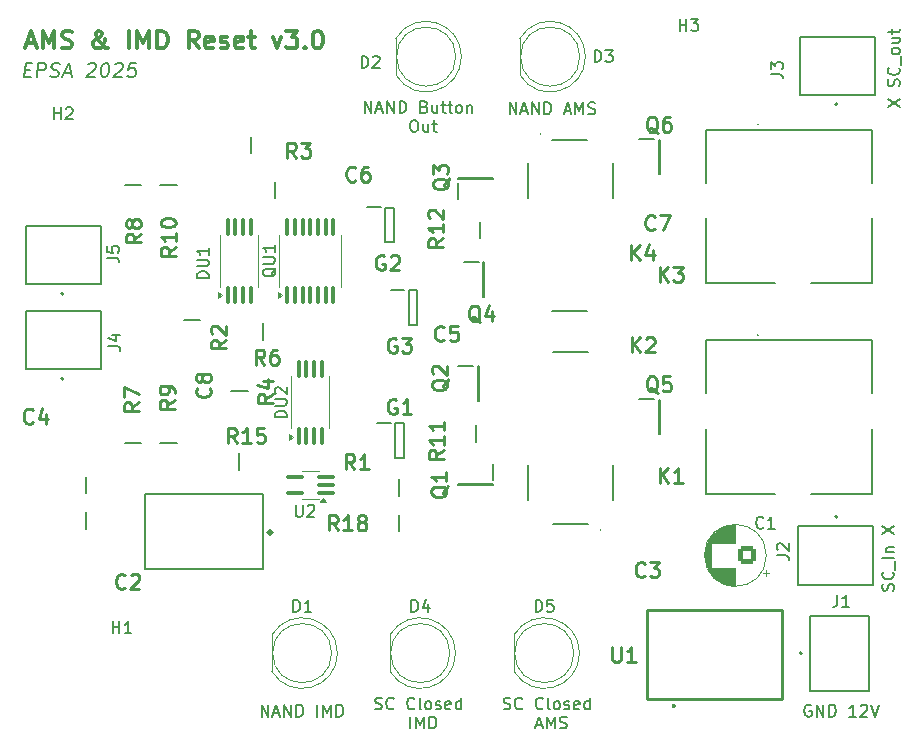
<source format=gbr>
%TF.GenerationSoftware,KiCad,Pcbnew,9.0.2*%
%TF.CreationDate,2025-06-17T10:19:04+02:00*%
%TF.ProjectId,AMS_IMD_Reset_v3,414d535f-494d-4445-9f52-657365745f76,rev?*%
%TF.SameCoordinates,Original*%
%TF.FileFunction,Legend,Top*%
%TF.FilePolarity,Positive*%
%FSLAX46Y46*%
G04 Gerber Fmt 4.6, Leading zero omitted, Abs format (unit mm)*
G04 Created by KiCad (PCBNEW 9.0.2) date 2025-06-17 10:19:04*
%MOMM*%
%LPD*%
G01*
G04 APERTURE LIST*
G04 Aperture macros list*
%AMRoundRect*
0 Rectangle with rounded corners*
0 $1 Rounding radius*
0 $2 $3 $4 $5 $6 $7 $8 $9 X,Y pos of 4 corners*
0 Add a 4 corners polygon primitive as box body*
4,1,4,$2,$3,$4,$5,$6,$7,$8,$9,$2,$3,0*
0 Add four circle primitives for the rounded corners*
1,1,$1+$1,$2,$3*
1,1,$1+$1,$4,$5*
1,1,$1+$1,$6,$7*
1,1,$1+$1,$8,$9*
0 Add four rect primitives between the rounded corners*
20,1,$1+$1,$2,$3,$4,$5,0*
20,1,$1+$1,$4,$5,$6,$7,0*
20,1,$1+$1,$6,$7,$8,$9,0*
20,1,$1+$1,$8,$9,$2,$3,0*%
G04 Aperture macros list end*
%ADD10C,0.150000*%
%ADD11C,0.300000*%
%ADD12C,0.187500*%
%ADD13C,0.254000*%
%ADD14C,0.200000*%
%ADD15C,0.120000*%
%ADD16C,0.127000*%
%ADD17C,0.100000*%
%ADD18C,0.053000*%
%ADD19R,1.050000X1.800000*%
%ADD20C,1.440000*%
%ADD21C,2.700000*%
%ADD22RoundRect,0.250000X0.550000X0.550000X-0.550000X0.550000X-0.550000X-0.550000X0.550000X-0.550000X0*%
%ADD23C,1.600000*%
%ADD24R,1.530000X1.530000*%
%ADD25C,1.530000*%
%ADD26R,1.500000X1.500000*%
%ADD27C,1.500000*%
%ADD28R,1.150000X0.600000*%
%ADD29R,0.600000X1.300000*%
%ADD30RoundRect,0.100000X0.100000X-0.637500X0.100000X0.637500X-0.100000X0.637500X-0.100000X-0.637500X0*%
%ADD31R,1.800000X1.800000*%
%ADD32C,1.800000*%
%ADD33R,1.300000X0.600000*%
%ADD34R,1.070000X1.470000*%
%ADD35R,1.800000X1.050000*%
%ADD36R,1.470000X1.070000*%
%ADD37C,2.100000*%
%ADD38C,3.400000*%
%ADD39RoundRect,0.100000X0.650000X0.100000X-0.650000X0.100000X-0.650000X-0.100000X0.650000X-0.100000X0*%
G04 APERTURE END LIST*
D10*
X231369819Y-76758458D02*
X232369819Y-76091792D01*
X231369819Y-76091792D02*
X232369819Y-76758458D01*
X232322200Y-74996553D02*
X232369819Y-74853696D01*
X232369819Y-74853696D02*
X232369819Y-74615601D01*
X232369819Y-74615601D02*
X232322200Y-74520363D01*
X232322200Y-74520363D02*
X232274580Y-74472744D01*
X232274580Y-74472744D02*
X232179342Y-74425125D01*
X232179342Y-74425125D02*
X232084104Y-74425125D01*
X232084104Y-74425125D02*
X231988866Y-74472744D01*
X231988866Y-74472744D02*
X231941247Y-74520363D01*
X231941247Y-74520363D02*
X231893628Y-74615601D01*
X231893628Y-74615601D02*
X231846009Y-74806077D01*
X231846009Y-74806077D02*
X231798390Y-74901315D01*
X231798390Y-74901315D02*
X231750771Y-74948934D01*
X231750771Y-74948934D02*
X231655533Y-74996553D01*
X231655533Y-74996553D02*
X231560295Y-74996553D01*
X231560295Y-74996553D02*
X231465057Y-74948934D01*
X231465057Y-74948934D02*
X231417438Y-74901315D01*
X231417438Y-74901315D02*
X231369819Y-74806077D01*
X231369819Y-74806077D02*
X231369819Y-74567982D01*
X231369819Y-74567982D02*
X231417438Y-74425125D01*
X232274580Y-73425125D02*
X232322200Y-73472744D01*
X232322200Y-73472744D02*
X232369819Y-73615601D01*
X232369819Y-73615601D02*
X232369819Y-73710839D01*
X232369819Y-73710839D02*
X232322200Y-73853696D01*
X232322200Y-73853696D02*
X232226961Y-73948934D01*
X232226961Y-73948934D02*
X232131723Y-73996553D01*
X232131723Y-73996553D02*
X231941247Y-74044172D01*
X231941247Y-74044172D02*
X231798390Y-74044172D01*
X231798390Y-74044172D02*
X231607914Y-73996553D01*
X231607914Y-73996553D02*
X231512676Y-73948934D01*
X231512676Y-73948934D02*
X231417438Y-73853696D01*
X231417438Y-73853696D02*
X231369819Y-73710839D01*
X231369819Y-73710839D02*
X231369819Y-73615601D01*
X231369819Y-73615601D02*
X231417438Y-73472744D01*
X231417438Y-73472744D02*
X231465057Y-73425125D01*
X232465057Y-73234649D02*
X232465057Y-72472744D01*
X232369819Y-72091791D02*
X232322200Y-72187029D01*
X232322200Y-72187029D02*
X232274580Y-72234648D01*
X232274580Y-72234648D02*
X232179342Y-72282267D01*
X232179342Y-72282267D02*
X231893628Y-72282267D01*
X231893628Y-72282267D02*
X231798390Y-72234648D01*
X231798390Y-72234648D02*
X231750771Y-72187029D01*
X231750771Y-72187029D02*
X231703152Y-72091791D01*
X231703152Y-72091791D02*
X231703152Y-71948934D01*
X231703152Y-71948934D02*
X231750771Y-71853696D01*
X231750771Y-71853696D02*
X231798390Y-71806077D01*
X231798390Y-71806077D02*
X231893628Y-71758458D01*
X231893628Y-71758458D02*
X232179342Y-71758458D01*
X232179342Y-71758458D02*
X232274580Y-71806077D01*
X232274580Y-71806077D02*
X232322200Y-71853696D01*
X232322200Y-71853696D02*
X232369819Y-71948934D01*
X232369819Y-71948934D02*
X232369819Y-72091791D01*
X231703152Y-70901315D02*
X232369819Y-70901315D01*
X231703152Y-71329886D02*
X232226961Y-71329886D01*
X232226961Y-71329886D02*
X232322200Y-71282267D01*
X232322200Y-71282267D02*
X232369819Y-71187029D01*
X232369819Y-71187029D02*
X232369819Y-71044172D01*
X232369819Y-71044172D02*
X232322200Y-70948934D01*
X232322200Y-70948934D02*
X232274580Y-70901315D01*
X231703152Y-70567981D02*
X231703152Y-70187029D01*
X231369819Y-70425124D02*
X232226961Y-70425124D01*
X232226961Y-70425124D02*
X232322200Y-70377505D01*
X232322200Y-70377505D02*
X232369819Y-70282267D01*
X232369819Y-70282267D02*
X232369819Y-70187029D01*
X178336779Y-128369819D02*
X178336779Y-127369819D01*
X178336779Y-127369819D02*
X178908207Y-128369819D01*
X178908207Y-128369819D02*
X178908207Y-127369819D01*
X179336779Y-128084104D02*
X179812969Y-128084104D01*
X179241541Y-128369819D02*
X179574874Y-127369819D01*
X179574874Y-127369819D02*
X179908207Y-128369819D01*
X180241541Y-128369819D02*
X180241541Y-127369819D01*
X180241541Y-127369819D02*
X180812969Y-128369819D01*
X180812969Y-128369819D02*
X180812969Y-127369819D01*
X181289160Y-128369819D02*
X181289160Y-127369819D01*
X181289160Y-127369819D02*
X181527255Y-127369819D01*
X181527255Y-127369819D02*
X181670112Y-127417438D01*
X181670112Y-127417438D02*
X181765350Y-127512676D01*
X181765350Y-127512676D02*
X181812969Y-127607914D01*
X181812969Y-127607914D02*
X181860588Y-127798390D01*
X181860588Y-127798390D02*
X181860588Y-127941247D01*
X181860588Y-127941247D02*
X181812969Y-128131723D01*
X181812969Y-128131723D02*
X181765350Y-128226961D01*
X181765350Y-128226961D02*
X181670112Y-128322200D01*
X181670112Y-128322200D02*
X181527255Y-128369819D01*
X181527255Y-128369819D02*
X181289160Y-128369819D01*
X183051065Y-128369819D02*
X183051065Y-127369819D01*
X183527255Y-128369819D02*
X183527255Y-127369819D01*
X183527255Y-127369819D02*
X183860588Y-128084104D01*
X183860588Y-128084104D02*
X184193921Y-127369819D01*
X184193921Y-127369819D02*
X184193921Y-128369819D01*
X184670112Y-128369819D02*
X184670112Y-127369819D01*
X184670112Y-127369819D02*
X184908207Y-127369819D01*
X184908207Y-127369819D02*
X185051064Y-127417438D01*
X185051064Y-127417438D02*
X185146302Y-127512676D01*
X185146302Y-127512676D02*
X185193921Y-127607914D01*
X185193921Y-127607914D02*
X185241540Y-127798390D01*
X185241540Y-127798390D02*
X185241540Y-127941247D01*
X185241540Y-127941247D02*
X185193921Y-128131723D01*
X185193921Y-128131723D02*
X185146302Y-128226961D01*
X185146302Y-128226961D02*
X185051064Y-128322200D01*
X185051064Y-128322200D02*
X184908207Y-128369819D01*
X184908207Y-128369819D02*
X184670112Y-128369819D01*
X198833333Y-127712256D02*
X198976190Y-127759875D01*
X198976190Y-127759875D02*
X199214285Y-127759875D01*
X199214285Y-127759875D02*
X199309523Y-127712256D01*
X199309523Y-127712256D02*
X199357142Y-127664636D01*
X199357142Y-127664636D02*
X199404761Y-127569398D01*
X199404761Y-127569398D02*
X199404761Y-127474160D01*
X199404761Y-127474160D02*
X199357142Y-127378922D01*
X199357142Y-127378922D02*
X199309523Y-127331303D01*
X199309523Y-127331303D02*
X199214285Y-127283684D01*
X199214285Y-127283684D02*
X199023809Y-127236065D01*
X199023809Y-127236065D02*
X198928571Y-127188446D01*
X198928571Y-127188446D02*
X198880952Y-127140827D01*
X198880952Y-127140827D02*
X198833333Y-127045589D01*
X198833333Y-127045589D02*
X198833333Y-126950351D01*
X198833333Y-126950351D02*
X198880952Y-126855113D01*
X198880952Y-126855113D02*
X198928571Y-126807494D01*
X198928571Y-126807494D02*
X199023809Y-126759875D01*
X199023809Y-126759875D02*
X199261904Y-126759875D01*
X199261904Y-126759875D02*
X199404761Y-126807494D01*
X200404761Y-127664636D02*
X200357142Y-127712256D01*
X200357142Y-127712256D02*
X200214285Y-127759875D01*
X200214285Y-127759875D02*
X200119047Y-127759875D01*
X200119047Y-127759875D02*
X199976190Y-127712256D01*
X199976190Y-127712256D02*
X199880952Y-127617017D01*
X199880952Y-127617017D02*
X199833333Y-127521779D01*
X199833333Y-127521779D02*
X199785714Y-127331303D01*
X199785714Y-127331303D02*
X199785714Y-127188446D01*
X199785714Y-127188446D02*
X199833333Y-126997970D01*
X199833333Y-126997970D02*
X199880952Y-126902732D01*
X199880952Y-126902732D02*
X199976190Y-126807494D01*
X199976190Y-126807494D02*
X200119047Y-126759875D01*
X200119047Y-126759875D02*
X200214285Y-126759875D01*
X200214285Y-126759875D02*
X200357142Y-126807494D01*
X200357142Y-126807494D02*
X200404761Y-126855113D01*
X202166666Y-127664636D02*
X202119047Y-127712256D01*
X202119047Y-127712256D02*
X201976190Y-127759875D01*
X201976190Y-127759875D02*
X201880952Y-127759875D01*
X201880952Y-127759875D02*
X201738095Y-127712256D01*
X201738095Y-127712256D02*
X201642857Y-127617017D01*
X201642857Y-127617017D02*
X201595238Y-127521779D01*
X201595238Y-127521779D02*
X201547619Y-127331303D01*
X201547619Y-127331303D02*
X201547619Y-127188446D01*
X201547619Y-127188446D02*
X201595238Y-126997970D01*
X201595238Y-126997970D02*
X201642857Y-126902732D01*
X201642857Y-126902732D02*
X201738095Y-126807494D01*
X201738095Y-126807494D02*
X201880952Y-126759875D01*
X201880952Y-126759875D02*
X201976190Y-126759875D01*
X201976190Y-126759875D02*
X202119047Y-126807494D01*
X202119047Y-126807494D02*
X202166666Y-126855113D01*
X202738095Y-127759875D02*
X202642857Y-127712256D01*
X202642857Y-127712256D02*
X202595238Y-127617017D01*
X202595238Y-127617017D02*
X202595238Y-126759875D01*
X203261905Y-127759875D02*
X203166667Y-127712256D01*
X203166667Y-127712256D02*
X203119048Y-127664636D01*
X203119048Y-127664636D02*
X203071429Y-127569398D01*
X203071429Y-127569398D02*
X203071429Y-127283684D01*
X203071429Y-127283684D02*
X203119048Y-127188446D01*
X203119048Y-127188446D02*
X203166667Y-127140827D01*
X203166667Y-127140827D02*
X203261905Y-127093208D01*
X203261905Y-127093208D02*
X203404762Y-127093208D01*
X203404762Y-127093208D02*
X203500000Y-127140827D01*
X203500000Y-127140827D02*
X203547619Y-127188446D01*
X203547619Y-127188446D02*
X203595238Y-127283684D01*
X203595238Y-127283684D02*
X203595238Y-127569398D01*
X203595238Y-127569398D02*
X203547619Y-127664636D01*
X203547619Y-127664636D02*
X203500000Y-127712256D01*
X203500000Y-127712256D02*
X203404762Y-127759875D01*
X203404762Y-127759875D02*
X203261905Y-127759875D01*
X203976191Y-127712256D02*
X204071429Y-127759875D01*
X204071429Y-127759875D02*
X204261905Y-127759875D01*
X204261905Y-127759875D02*
X204357143Y-127712256D01*
X204357143Y-127712256D02*
X204404762Y-127617017D01*
X204404762Y-127617017D02*
X204404762Y-127569398D01*
X204404762Y-127569398D02*
X204357143Y-127474160D01*
X204357143Y-127474160D02*
X204261905Y-127426541D01*
X204261905Y-127426541D02*
X204119048Y-127426541D01*
X204119048Y-127426541D02*
X204023810Y-127378922D01*
X204023810Y-127378922D02*
X203976191Y-127283684D01*
X203976191Y-127283684D02*
X203976191Y-127236065D01*
X203976191Y-127236065D02*
X204023810Y-127140827D01*
X204023810Y-127140827D02*
X204119048Y-127093208D01*
X204119048Y-127093208D02*
X204261905Y-127093208D01*
X204261905Y-127093208D02*
X204357143Y-127140827D01*
X205214286Y-127712256D02*
X205119048Y-127759875D01*
X205119048Y-127759875D02*
X204928572Y-127759875D01*
X204928572Y-127759875D02*
X204833334Y-127712256D01*
X204833334Y-127712256D02*
X204785715Y-127617017D01*
X204785715Y-127617017D02*
X204785715Y-127236065D01*
X204785715Y-127236065D02*
X204833334Y-127140827D01*
X204833334Y-127140827D02*
X204928572Y-127093208D01*
X204928572Y-127093208D02*
X205119048Y-127093208D01*
X205119048Y-127093208D02*
X205214286Y-127140827D01*
X205214286Y-127140827D02*
X205261905Y-127236065D01*
X205261905Y-127236065D02*
X205261905Y-127331303D01*
X205261905Y-127331303D02*
X204785715Y-127426541D01*
X206119048Y-127759875D02*
X206119048Y-126759875D01*
X206119048Y-127712256D02*
X206023810Y-127759875D01*
X206023810Y-127759875D02*
X205833334Y-127759875D01*
X205833334Y-127759875D02*
X205738096Y-127712256D01*
X205738096Y-127712256D02*
X205690477Y-127664636D01*
X205690477Y-127664636D02*
X205642858Y-127569398D01*
X205642858Y-127569398D02*
X205642858Y-127283684D01*
X205642858Y-127283684D02*
X205690477Y-127188446D01*
X205690477Y-127188446D02*
X205738096Y-127140827D01*
X205738096Y-127140827D02*
X205833334Y-127093208D01*
X205833334Y-127093208D02*
X206023810Y-127093208D01*
X206023810Y-127093208D02*
X206119048Y-127140827D01*
X201595238Y-129084104D02*
X202071428Y-129084104D01*
X201500000Y-129369819D02*
X201833333Y-128369819D01*
X201833333Y-128369819D02*
X202166666Y-129369819D01*
X202500000Y-129369819D02*
X202500000Y-128369819D01*
X202500000Y-128369819D02*
X202833333Y-129084104D01*
X202833333Y-129084104D02*
X203166666Y-128369819D01*
X203166666Y-128369819D02*
X203166666Y-129369819D01*
X203595238Y-129322200D02*
X203738095Y-129369819D01*
X203738095Y-129369819D02*
X203976190Y-129369819D01*
X203976190Y-129369819D02*
X204071428Y-129322200D01*
X204071428Y-129322200D02*
X204119047Y-129274580D01*
X204119047Y-129274580D02*
X204166666Y-129179342D01*
X204166666Y-129179342D02*
X204166666Y-129084104D01*
X204166666Y-129084104D02*
X204119047Y-128988866D01*
X204119047Y-128988866D02*
X204071428Y-128941247D01*
X204071428Y-128941247D02*
X203976190Y-128893628D01*
X203976190Y-128893628D02*
X203785714Y-128846009D01*
X203785714Y-128846009D02*
X203690476Y-128798390D01*
X203690476Y-128798390D02*
X203642857Y-128750771D01*
X203642857Y-128750771D02*
X203595238Y-128655533D01*
X203595238Y-128655533D02*
X203595238Y-128560295D01*
X203595238Y-128560295D02*
X203642857Y-128465057D01*
X203642857Y-128465057D02*
X203690476Y-128417438D01*
X203690476Y-128417438D02*
X203785714Y-128369819D01*
X203785714Y-128369819D02*
X204023809Y-128369819D01*
X204023809Y-128369819D02*
X204166666Y-128417438D01*
D11*
X158445490Y-71372257D02*
X159159776Y-71372257D01*
X158302633Y-71800828D02*
X158802633Y-70300828D01*
X158802633Y-70300828D02*
X159302633Y-71800828D01*
X159802632Y-71800828D02*
X159802632Y-70300828D01*
X159802632Y-70300828D02*
X160302632Y-71372257D01*
X160302632Y-71372257D02*
X160802632Y-70300828D01*
X160802632Y-70300828D02*
X160802632Y-71800828D01*
X161445490Y-71729400D02*
X161659776Y-71800828D01*
X161659776Y-71800828D02*
X162016918Y-71800828D01*
X162016918Y-71800828D02*
X162159776Y-71729400D01*
X162159776Y-71729400D02*
X162231204Y-71657971D01*
X162231204Y-71657971D02*
X162302633Y-71515114D01*
X162302633Y-71515114D02*
X162302633Y-71372257D01*
X162302633Y-71372257D02*
X162231204Y-71229400D01*
X162231204Y-71229400D02*
X162159776Y-71157971D01*
X162159776Y-71157971D02*
X162016918Y-71086542D01*
X162016918Y-71086542D02*
X161731204Y-71015114D01*
X161731204Y-71015114D02*
X161588347Y-70943685D01*
X161588347Y-70943685D02*
X161516918Y-70872257D01*
X161516918Y-70872257D02*
X161445490Y-70729400D01*
X161445490Y-70729400D02*
X161445490Y-70586542D01*
X161445490Y-70586542D02*
X161516918Y-70443685D01*
X161516918Y-70443685D02*
X161588347Y-70372257D01*
X161588347Y-70372257D02*
X161731204Y-70300828D01*
X161731204Y-70300828D02*
X162088347Y-70300828D01*
X162088347Y-70300828D02*
X162302633Y-70372257D01*
X165302632Y-71800828D02*
X165231204Y-71800828D01*
X165231204Y-71800828D02*
X165088346Y-71729400D01*
X165088346Y-71729400D02*
X164874061Y-71515114D01*
X164874061Y-71515114D02*
X164516918Y-71086542D01*
X164516918Y-71086542D02*
X164374061Y-70872257D01*
X164374061Y-70872257D02*
X164302632Y-70657971D01*
X164302632Y-70657971D02*
X164302632Y-70515114D01*
X164302632Y-70515114D02*
X164374061Y-70372257D01*
X164374061Y-70372257D02*
X164516918Y-70300828D01*
X164516918Y-70300828D02*
X164588346Y-70300828D01*
X164588346Y-70300828D02*
X164731204Y-70372257D01*
X164731204Y-70372257D02*
X164802632Y-70515114D01*
X164802632Y-70515114D02*
X164802632Y-70586542D01*
X164802632Y-70586542D02*
X164731204Y-70729400D01*
X164731204Y-70729400D02*
X164659775Y-70800828D01*
X164659775Y-70800828D02*
X164231204Y-71086542D01*
X164231204Y-71086542D02*
X164159775Y-71157971D01*
X164159775Y-71157971D02*
X164088346Y-71300828D01*
X164088346Y-71300828D02*
X164088346Y-71515114D01*
X164088346Y-71515114D02*
X164159775Y-71657971D01*
X164159775Y-71657971D02*
X164231204Y-71729400D01*
X164231204Y-71729400D02*
X164374061Y-71800828D01*
X164374061Y-71800828D02*
X164588346Y-71800828D01*
X164588346Y-71800828D02*
X164731204Y-71729400D01*
X164731204Y-71729400D02*
X164802632Y-71657971D01*
X164802632Y-71657971D02*
X165016918Y-71372257D01*
X165016918Y-71372257D02*
X165088346Y-71157971D01*
X165088346Y-71157971D02*
X165088346Y-71015114D01*
X167088346Y-71800828D02*
X167088346Y-70300828D01*
X167802632Y-71800828D02*
X167802632Y-70300828D01*
X167802632Y-70300828D02*
X168302632Y-71372257D01*
X168302632Y-71372257D02*
X168802632Y-70300828D01*
X168802632Y-70300828D02*
X168802632Y-71800828D01*
X169516918Y-71800828D02*
X169516918Y-70300828D01*
X169516918Y-70300828D02*
X169874061Y-70300828D01*
X169874061Y-70300828D02*
X170088347Y-70372257D01*
X170088347Y-70372257D02*
X170231204Y-70515114D01*
X170231204Y-70515114D02*
X170302633Y-70657971D01*
X170302633Y-70657971D02*
X170374061Y-70943685D01*
X170374061Y-70943685D02*
X170374061Y-71157971D01*
X170374061Y-71157971D02*
X170302633Y-71443685D01*
X170302633Y-71443685D02*
X170231204Y-71586542D01*
X170231204Y-71586542D02*
X170088347Y-71729400D01*
X170088347Y-71729400D02*
X169874061Y-71800828D01*
X169874061Y-71800828D02*
X169516918Y-71800828D01*
X173016918Y-71800828D02*
X172516918Y-71086542D01*
X172159775Y-71800828D02*
X172159775Y-70300828D01*
X172159775Y-70300828D02*
X172731204Y-70300828D01*
X172731204Y-70300828D02*
X172874061Y-70372257D01*
X172874061Y-70372257D02*
X172945490Y-70443685D01*
X172945490Y-70443685D02*
X173016918Y-70586542D01*
X173016918Y-70586542D02*
X173016918Y-70800828D01*
X173016918Y-70800828D02*
X172945490Y-70943685D01*
X172945490Y-70943685D02*
X172874061Y-71015114D01*
X172874061Y-71015114D02*
X172731204Y-71086542D01*
X172731204Y-71086542D02*
X172159775Y-71086542D01*
X174231204Y-71729400D02*
X174088347Y-71800828D01*
X174088347Y-71800828D02*
X173802633Y-71800828D01*
X173802633Y-71800828D02*
X173659775Y-71729400D01*
X173659775Y-71729400D02*
X173588347Y-71586542D01*
X173588347Y-71586542D02*
X173588347Y-71015114D01*
X173588347Y-71015114D02*
X173659775Y-70872257D01*
X173659775Y-70872257D02*
X173802633Y-70800828D01*
X173802633Y-70800828D02*
X174088347Y-70800828D01*
X174088347Y-70800828D02*
X174231204Y-70872257D01*
X174231204Y-70872257D02*
X174302633Y-71015114D01*
X174302633Y-71015114D02*
X174302633Y-71157971D01*
X174302633Y-71157971D02*
X173588347Y-71300828D01*
X174874061Y-71729400D02*
X175016918Y-71800828D01*
X175016918Y-71800828D02*
X175302632Y-71800828D01*
X175302632Y-71800828D02*
X175445489Y-71729400D01*
X175445489Y-71729400D02*
X175516918Y-71586542D01*
X175516918Y-71586542D02*
X175516918Y-71515114D01*
X175516918Y-71515114D02*
X175445489Y-71372257D01*
X175445489Y-71372257D02*
X175302632Y-71300828D01*
X175302632Y-71300828D02*
X175088347Y-71300828D01*
X175088347Y-71300828D02*
X174945489Y-71229400D01*
X174945489Y-71229400D02*
X174874061Y-71086542D01*
X174874061Y-71086542D02*
X174874061Y-71015114D01*
X174874061Y-71015114D02*
X174945489Y-70872257D01*
X174945489Y-70872257D02*
X175088347Y-70800828D01*
X175088347Y-70800828D02*
X175302632Y-70800828D01*
X175302632Y-70800828D02*
X175445489Y-70872257D01*
X176731204Y-71729400D02*
X176588347Y-71800828D01*
X176588347Y-71800828D02*
X176302633Y-71800828D01*
X176302633Y-71800828D02*
X176159775Y-71729400D01*
X176159775Y-71729400D02*
X176088347Y-71586542D01*
X176088347Y-71586542D02*
X176088347Y-71015114D01*
X176088347Y-71015114D02*
X176159775Y-70872257D01*
X176159775Y-70872257D02*
X176302633Y-70800828D01*
X176302633Y-70800828D02*
X176588347Y-70800828D01*
X176588347Y-70800828D02*
X176731204Y-70872257D01*
X176731204Y-70872257D02*
X176802633Y-71015114D01*
X176802633Y-71015114D02*
X176802633Y-71157971D01*
X176802633Y-71157971D02*
X176088347Y-71300828D01*
X177231204Y-70800828D02*
X177802632Y-70800828D01*
X177445489Y-70300828D02*
X177445489Y-71586542D01*
X177445489Y-71586542D02*
X177516918Y-71729400D01*
X177516918Y-71729400D02*
X177659775Y-71800828D01*
X177659775Y-71800828D02*
X177802632Y-71800828D01*
X179302632Y-70800828D02*
X179659775Y-71800828D01*
X179659775Y-71800828D02*
X180016918Y-70800828D01*
X180445489Y-70300828D02*
X181374061Y-70300828D01*
X181374061Y-70300828D02*
X180874061Y-70872257D01*
X180874061Y-70872257D02*
X181088346Y-70872257D01*
X181088346Y-70872257D02*
X181231204Y-70943685D01*
X181231204Y-70943685D02*
X181302632Y-71015114D01*
X181302632Y-71015114D02*
X181374061Y-71157971D01*
X181374061Y-71157971D02*
X181374061Y-71515114D01*
X181374061Y-71515114D02*
X181302632Y-71657971D01*
X181302632Y-71657971D02*
X181231204Y-71729400D01*
X181231204Y-71729400D02*
X181088346Y-71800828D01*
X181088346Y-71800828D02*
X180659775Y-71800828D01*
X180659775Y-71800828D02*
X180516918Y-71729400D01*
X180516918Y-71729400D02*
X180445489Y-71657971D01*
X182016917Y-71657971D02*
X182088346Y-71729400D01*
X182088346Y-71729400D02*
X182016917Y-71800828D01*
X182016917Y-71800828D02*
X181945489Y-71729400D01*
X181945489Y-71729400D02*
X182016917Y-71657971D01*
X182016917Y-71657971D02*
X182016917Y-71800828D01*
X183016918Y-70300828D02*
X183159775Y-70300828D01*
X183159775Y-70300828D02*
X183302632Y-70372257D01*
X183302632Y-70372257D02*
X183374061Y-70443685D01*
X183374061Y-70443685D02*
X183445489Y-70586542D01*
X183445489Y-70586542D02*
X183516918Y-70872257D01*
X183516918Y-70872257D02*
X183516918Y-71229400D01*
X183516918Y-71229400D02*
X183445489Y-71515114D01*
X183445489Y-71515114D02*
X183374061Y-71657971D01*
X183374061Y-71657971D02*
X183302632Y-71729400D01*
X183302632Y-71729400D02*
X183159775Y-71800828D01*
X183159775Y-71800828D02*
X183016918Y-71800828D01*
X183016918Y-71800828D02*
X182874061Y-71729400D01*
X182874061Y-71729400D02*
X182802632Y-71657971D01*
X182802632Y-71657971D02*
X182731203Y-71515114D01*
X182731203Y-71515114D02*
X182659775Y-71229400D01*
X182659775Y-71229400D02*
X182659775Y-70872257D01*
X182659775Y-70872257D02*
X182731203Y-70586542D01*
X182731203Y-70586542D02*
X182802632Y-70443685D01*
X182802632Y-70443685D02*
X182874061Y-70372257D01*
X182874061Y-70372257D02*
X183016918Y-70300828D01*
D10*
X187071428Y-77259875D02*
X187071428Y-76259875D01*
X187071428Y-76259875D02*
X187642856Y-77259875D01*
X187642856Y-77259875D02*
X187642856Y-76259875D01*
X188071428Y-76974160D02*
X188547618Y-76974160D01*
X187976190Y-77259875D02*
X188309523Y-76259875D01*
X188309523Y-76259875D02*
X188642856Y-77259875D01*
X188976190Y-77259875D02*
X188976190Y-76259875D01*
X188976190Y-76259875D02*
X189547618Y-77259875D01*
X189547618Y-77259875D02*
X189547618Y-76259875D01*
X190023809Y-77259875D02*
X190023809Y-76259875D01*
X190023809Y-76259875D02*
X190261904Y-76259875D01*
X190261904Y-76259875D02*
X190404761Y-76307494D01*
X190404761Y-76307494D02*
X190499999Y-76402732D01*
X190499999Y-76402732D02*
X190547618Y-76497970D01*
X190547618Y-76497970D02*
X190595237Y-76688446D01*
X190595237Y-76688446D02*
X190595237Y-76831303D01*
X190595237Y-76831303D02*
X190547618Y-77021779D01*
X190547618Y-77021779D02*
X190499999Y-77117017D01*
X190499999Y-77117017D02*
X190404761Y-77212256D01*
X190404761Y-77212256D02*
X190261904Y-77259875D01*
X190261904Y-77259875D02*
X190023809Y-77259875D01*
X192119047Y-76736065D02*
X192261904Y-76783684D01*
X192261904Y-76783684D02*
X192309523Y-76831303D01*
X192309523Y-76831303D02*
X192357142Y-76926541D01*
X192357142Y-76926541D02*
X192357142Y-77069398D01*
X192357142Y-77069398D02*
X192309523Y-77164636D01*
X192309523Y-77164636D02*
X192261904Y-77212256D01*
X192261904Y-77212256D02*
X192166666Y-77259875D01*
X192166666Y-77259875D02*
X191785714Y-77259875D01*
X191785714Y-77259875D02*
X191785714Y-76259875D01*
X191785714Y-76259875D02*
X192119047Y-76259875D01*
X192119047Y-76259875D02*
X192214285Y-76307494D01*
X192214285Y-76307494D02*
X192261904Y-76355113D01*
X192261904Y-76355113D02*
X192309523Y-76450351D01*
X192309523Y-76450351D02*
X192309523Y-76545589D01*
X192309523Y-76545589D02*
X192261904Y-76640827D01*
X192261904Y-76640827D02*
X192214285Y-76688446D01*
X192214285Y-76688446D02*
X192119047Y-76736065D01*
X192119047Y-76736065D02*
X191785714Y-76736065D01*
X193214285Y-76593208D02*
X193214285Y-77259875D01*
X192785714Y-76593208D02*
X192785714Y-77117017D01*
X192785714Y-77117017D02*
X192833333Y-77212256D01*
X192833333Y-77212256D02*
X192928571Y-77259875D01*
X192928571Y-77259875D02*
X193071428Y-77259875D01*
X193071428Y-77259875D02*
X193166666Y-77212256D01*
X193166666Y-77212256D02*
X193214285Y-77164636D01*
X193547619Y-76593208D02*
X193928571Y-76593208D01*
X193690476Y-76259875D02*
X193690476Y-77117017D01*
X193690476Y-77117017D02*
X193738095Y-77212256D01*
X193738095Y-77212256D02*
X193833333Y-77259875D01*
X193833333Y-77259875D02*
X193928571Y-77259875D01*
X194119048Y-76593208D02*
X194500000Y-76593208D01*
X194261905Y-76259875D02*
X194261905Y-77117017D01*
X194261905Y-77117017D02*
X194309524Y-77212256D01*
X194309524Y-77212256D02*
X194404762Y-77259875D01*
X194404762Y-77259875D02*
X194500000Y-77259875D01*
X194976191Y-77259875D02*
X194880953Y-77212256D01*
X194880953Y-77212256D02*
X194833334Y-77164636D01*
X194833334Y-77164636D02*
X194785715Y-77069398D01*
X194785715Y-77069398D02*
X194785715Y-76783684D01*
X194785715Y-76783684D02*
X194833334Y-76688446D01*
X194833334Y-76688446D02*
X194880953Y-76640827D01*
X194880953Y-76640827D02*
X194976191Y-76593208D01*
X194976191Y-76593208D02*
X195119048Y-76593208D01*
X195119048Y-76593208D02*
X195214286Y-76640827D01*
X195214286Y-76640827D02*
X195261905Y-76688446D01*
X195261905Y-76688446D02*
X195309524Y-76783684D01*
X195309524Y-76783684D02*
X195309524Y-77069398D01*
X195309524Y-77069398D02*
X195261905Y-77164636D01*
X195261905Y-77164636D02*
X195214286Y-77212256D01*
X195214286Y-77212256D02*
X195119048Y-77259875D01*
X195119048Y-77259875D02*
X194976191Y-77259875D01*
X195738096Y-76593208D02*
X195738096Y-77259875D01*
X195738096Y-76688446D02*
X195785715Y-76640827D01*
X195785715Y-76640827D02*
X195880953Y-76593208D01*
X195880953Y-76593208D02*
X196023810Y-76593208D01*
X196023810Y-76593208D02*
X196119048Y-76640827D01*
X196119048Y-76640827D02*
X196166667Y-76736065D01*
X196166667Y-76736065D02*
X196166667Y-77259875D01*
X191166666Y-77869819D02*
X191357142Y-77869819D01*
X191357142Y-77869819D02*
X191452380Y-77917438D01*
X191452380Y-77917438D02*
X191547618Y-78012676D01*
X191547618Y-78012676D02*
X191595237Y-78203152D01*
X191595237Y-78203152D02*
X191595237Y-78536485D01*
X191595237Y-78536485D02*
X191547618Y-78726961D01*
X191547618Y-78726961D02*
X191452380Y-78822200D01*
X191452380Y-78822200D02*
X191357142Y-78869819D01*
X191357142Y-78869819D02*
X191166666Y-78869819D01*
X191166666Y-78869819D02*
X191071428Y-78822200D01*
X191071428Y-78822200D02*
X190976190Y-78726961D01*
X190976190Y-78726961D02*
X190928571Y-78536485D01*
X190928571Y-78536485D02*
X190928571Y-78203152D01*
X190928571Y-78203152D02*
X190976190Y-78012676D01*
X190976190Y-78012676D02*
X191071428Y-77917438D01*
X191071428Y-77917438D02*
X191166666Y-77869819D01*
X192452380Y-78203152D02*
X192452380Y-78869819D01*
X192023809Y-78203152D02*
X192023809Y-78726961D01*
X192023809Y-78726961D02*
X192071428Y-78822200D01*
X192071428Y-78822200D02*
X192166666Y-78869819D01*
X192166666Y-78869819D02*
X192309523Y-78869819D01*
X192309523Y-78869819D02*
X192404761Y-78822200D01*
X192404761Y-78822200D02*
X192452380Y-78774580D01*
X192785714Y-78203152D02*
X193166666Y-78203152D01*
X192928571Y-77869819D02*
X192928571Y-78726961D01*
X192928571Y-78726961D02*
X192976190Y-78822200D01*
X192976190Y-78822200D02*
X193071428Y-78869819D01*
X193071428Y-78869819D02*
X193166666Y-78869819D01*
X199336779Y-77369819D02*
X199336779Y-76369819D01*
X199336779Y-76369819D02*
X199908207Y-77369819D01*
X199908207Y-77369819D02*
X199908207Y-76369819D01*
X200336779Y-77084104D02*
X200812969Y-77084104D01*
X200241541Y-77369819D02*
X200574874Y-76369819D01*
X200574874Y-76369819D02*
X200908207Y-77369819D01*
X201241541Y-77369819D02*
X201241541Y-76369819D01*
X201241541Y-76369819D02*
X201812969Y-77369819D01*
X201812969Y-77369819D02*
X201812969Y-76369819D01*
X202289160Y-77369819D02*
X202289160Y-76369819D01*
X202289160Y-76369819D02*
X202527255Y-76369819D01*
X202527255Y-76369819D02*
X202670112Y-76417438D01*
X202670112Y-76417438D02*
X202765350Y-76512676D01*
X202765350Y-76512676D02*
X202812969Y-76607914D01*
X202812969Y-76607914D02*
X202860588Y-76798390D01*
X202860588Y-76798390D02*
X202860588Y-76941247D01*
X202860588Y-76941247D02*
X202812969Y-77131723D01*
X202812969Y-77131723D02*
X202765350Y-77226961D01*
X202765350Y-77226961D02*
X202670112Y-77322200D01*
X202670112Y-77322200D02*
X202527255Y-77369819D01*
X202527255Y-77369819D02*
X202289160Y-77369819D01*
X204003446Y-77084104D02*
X204479636Y-77084104D01*
X203908208Y-77369819D02*
X204241541Y-76369819D01*
X204241541Y-76369819D02*
X204574874Y-77369819D01*
X204908208Y-77369819D02*
X204908208Y-76369819D01*
X204908208Y-76369819D02*
X205241541Y-77084104D01*
X205241541Y-77084104D02*
X205574874Y-76369819D01*
X205574874Y-76369819D02*
X205574874Y-77369819D01*
X206003446Y-77322200D02*
X206146303Y-77369819D01*
X206146303Y-77369819D02*
X206384398Y-77369819D01*
X206384398Y-77369819D02*
X206479636Y-77322200D01*
X206479636Y-77322200D02*
X206527255Y-77274580D01*
X206527255Y-77274580D02*
X206574874Y-77179342D01*
X206574874Y-77179342D02*
X206574874Y-77084104D01*
X206574874Y-77084104D02*
X206527255Y-76988866D01*
X206527255Y-76988866D02*
X206479636Y-76941247D01*
X206479636Y-76941247D02*
X206384398Y-76893628D01*
X206384398Y-76893628D02*
X206193922Y-76846009D01*
X206193922Y-76846009D02*
X206098684Y-76798390D01*
X206098684Y-76798390D02*
X206051065Y-76750771D01*
X206051065Y-76750771D02*
X206003446Y-76655533D01*
X206003446Y-76655533D02*
X206003446Y-76560295D01*
X206003446Y-76560295D02*
X206051065Y-76465057D01*
X206051065Y-76465057D02*
X206098684Y-76417438D01*
X206098684Y-76417438D02*
X206193922Y-76369819D01*
X206193922Y-76369819D02*
X206432017Y-76369819D01*
X206432017Y-76369819D02*
X206574874Y-76417438D01*
D12*
X158290931Y-73596472D02*
X158690931Y-73596472D01*
X158783789Y-74225043D02*
X158212360Y-74225043D01*
X158212360Y-74225043D02*
X158362360Y-73025043D01*
X158362360Y-73025043D02*
X158933789Y-73025043D01*
X159298074Y-74225043D02*
X159448074Y-73025043D01*
X159448074Y-73025043D02*
X159905217Y-73025043D01*
X159905217Y-73025043D02*
X160012360Y-73082186D01*
X160012360Y-73082186D02*
X160062360Y-73139329D01*
X160062360Y-73139329D02*
X160105217Y-73253615D01*
X160105217Y-73253615D02*
X160083788Y-73425043D01*
X160083788Y-73425043D02*
X160012360Y-73539329D01*
X160012360Y-73539329D02*
X159948074Y-73596472D01*
X159948074Y-73596472D02*
X159826645Y-73653615D01*
X159826645Y-73653615D02*
X159369503Y-73653615D01*
X160448074Y-74167901D02*
X160612360Y-74225043D01*
X160612360Y-74225043D02*
X160898074Y-74225043D01*
X160898074Y-74225043D02*
X161019503Y-74167901D01*
X161019503Y-74167901D02*
X161083788Y-74110758D01*
X161083788Y-74110758D02*
X161155217Y-73996472D01*
X161155217Y-73996472D02*
X161169503Y-73882186D01*
X161169503Y-73882186D02*
X161126645Y-73767901D01*
X161126645Y-73767901D02*
X161076645Y-73710758D01*
X161076645Y-73710758D02*
X160969503Y-73653615D01*
X160969503Y-73653615D02*
X160748074Y-73596472D01*
X160748074Y-73596472D02*
X160640931Y-73539329D01*
X160640931Y-73539329D02*
X160590931Y-73482186D01*
X160590931Y-73482186D02*
X160548074Y-73367901D01*
X160548074Y-73367901D02*
X160562360Y-73253615D01*
X160562360Y-73253615D02*
X160633788Y-73139329D01*
X160633788Y-73139329D02*
X160698074Y-73082186D01*
X160698074Y-73082186D02*
X160819503Y-73025043D01*
X160819503Y-73025043D02*
X161105217Y-73025043D01*
X161105217Y-73025043D02*
X161269503Y-73082186D01*
X161626645Y-73882186D02*
X162198074Y-73882186D01*
X161469502Y-74225043D02*
X162019502Y-73025043D01*
X162019502Y-73025043D02*
X162269502Y-74225043D01*
X163662359Y-73139329D02*
X163726645Y-73082186D01*
X163726645Y-73082186D02*
X163848074Y-73025043D01*
X163848074Y-73025043D02*
X164133788Y-73025043D01*
X164133788Y-73025043D02*
X164240931Y-73082186D01*
X164240931Y-73082186D02*
X164290931Y-73139329D01*
X164290931Y-73139329D02*
X164333788Y-73253615D01*
X164333788Y-73253615D02*
X164319502Y-73367901D01*
X164319502Y-73367901D02*
X164240931Y-73539329D01*
X164240931Y-73539329D02*
X163469502Y-74225043D01*
X163469502Y-74225043D02*
X164212359Y-74225043D01*
X165105216Y-73025043D02*
X165219502Y-73025043D01*
X165219502Y-73025043D02*
X165326645Y-73082186D01*
X165326645Y-73082186D02*
X165376645Y-73139329D01*
X165376645Y-73139329D02*
X165419502Y-73253615D01*
X165419502Y-73253615D02*
X165448074Y-73482186D01*
X165448074Y-73482186D02*
X165412359Y-73767901D01*
X165412359Y-73767901D02*
X165326645Y-73996472D01*
X165326645Y-73996472D02*
X165255216Y-74110758D01*
X165255216Y-74110758D02*
X165190931Y-74167901D01*
X165190931Y-74167901D02*
X165069502Y-74225043D01*
X165069502Y-74225043D02*
X164955216Y-74225043D01*
X164955216Y-74225043D02*
X164848074Y-74167901D01*
X164848074Y-74167901D02*
X164798074Y-74110758D01*
X164798074Y-74110758D02*
X164755216Y-73996472D01*
X164755216Y-73996472D02*
X164726645Y-73767901D01*
X164726645Y-73767901D02*
X164762359Y-73482186D01*
X164762359Y-73482186D02*
X164848074Y-73253615D01*
X164848074Y-73253615D02*
X164919502Y-73139329D01*
X164919502Y-73139329D02*
X164983788Y-73082186D01*
X164983788Y-73082186D02*
X165105216Y-73025043D01*
X165948073Y-73139329D02*
X166012359Y-73082186D01*
X166012359Y-73082186D02*
X166133788Y-73025043D01*
X166133788Y-73025043D02*
X166419502Y-73025043D01*
X166419502Y-73025043D02*
X166526645Y-73082186D01*
X166526645Y-73082186D02*
X166576645Y-73139329D01*
X166576645Y-73139329D02*
X166619502Y-73253615D01*
X166619502Y-73253615D02*
X166605216Y-73367901D01*
X166605216Y-73367901D02*
X166526645Y-73539329D01*
X166526645Y-73539329D02*
X165755216Y-74225043D01*
X165755216Y-74225043D02*
X166498073Y-74225043D01*
X167733788Y-73025043D02*
X167162359Y-73025043D01*
X167162359Y-73025043D02*
X167033788Y-73596472D01*
X167033788Y-73596472D02*
X167098073Y-73539329D01*
X167098073Y-73539329D02*
X167219502Y-73482186D01*
X167219502Y-73482186D02*
X167505216Y-73482186D01*
X167505216Y-73482186D02*
X167612359Y-73539329D01*
X167612359Y-73539329D02*
X167662359Y-73596472D01*
X167662359Y-73596472D02*
X167705216Y-73710758D01*
X167705216Y-73710758D02*
X167669502Y-73996472D01*
X167669502Y-73996472D02*
X167598073Y-74110758D01*
X167598073Y-74110758D02*
X167533788Y-74167901D01*
X167533788Y-74167901D02*
X167412359Y-74225043D01*
X167412359Y-74225043D02*
X167126645Y-74225043D01*
X167126645Y-74225043D02*
X167019502Y-74167901D01*
X167019502Y-74167901D02*
X166969502Y-74110758D01*
D10*
X187952380Y-127712256D02*
X188095237Y-127759875D01*
X188095237Y-127759875D02*
X188333332Y-127759875D01*
X188333332Y-127759875D02*
X188428570Y-127712256D01*
X188428570Y-127712256D02*
X188476189Y-127664636D01*
X188476189Y-127664636D02*
X188523808Y-127569398D01*
X188523808Y-127569398D02*
X188523808Y-127474160D01*
X188523808Y-127474160D02*
X188476189Y-127378922D01*
X188476189Y-127378922D02*
X188428570Y-127331303D01*
X188428570Y-127331303D02*
X188333332Y-127283684D01*
X188333332Y-127283684D02*
X188142856Y-127236065D01*
X188142856Y-127236065D02*
X188047618Y-127188446D01*
X188047618Y-127188446D02*
X187999999Y-127140827D01*
X187999999Y-127140827D02*
X187952380Y-127045589D01*
X187952380Y-127045589D02*
X187952380Y-126950351D01*
X187952380Y-126950351D02*
X187999999Y-126855113D01*
X187999999Y-126855113D02*
X188047618Y-126807494D01*
X188047618Y-126807494D02*
X188142856Y-126759875D01*
X188142856Y-126759875D02*
X188380951Y-126759875D01*
X188380951Y-126759875D02*
X188523808Y-126807494D01*
X189523808Y-127664636D02*
X189476189Y-127712256D01*
X189476189Y-127712256D02*
X189333332Y-127759875D01*
X189333332Y-127759875D02*
X189238094Y-127759875D01*
X189238094Y-127759875D02*
X189095237Y-127712256D01*
X189095237Y-127712256D02*
X188999999Y-127617017D01*
X188999999Y-127617017D02*
X188952380Y-127521779D01*
X188952380Y-127521779D02*
X188904761Y-127331303D01*
X188904761Y-127331303D02*
X188904761Y-127188446D01*
X188904761Y-127188446D02*
X188952380Y-126997970D01*
X188952380Y-126997970D02*
X188999999Y-126902732D01*
X188999999Y-126902732D02*
X189095237Y-126807494D01*
X189095237Y-126807494D02*
X189238094Y-126759875D01*
X189238094Y-126759875D02*
X189333332Y-126759875D01*
X189333332Y-126759875D02*
X189476189Y-126807494D01*
X189476189Y-126807494D02*
X189523808Y-126855113D01*
X191285713Y-127664636D02*
X191238094Y-127712256D01*
X191238094Y-127712256D02*
X191095237Y-127759875D01*
X191095237Y-127759875D02*
X190999999Y-127759875D01*
X190999999Y-127759875D02*
X190857142Y-127712256D01*
X190857142Y-127712256D02*
X190761904Y-127617017D01*
X190761904Y-127617017D02*
X190714285Y-127521779D01*
X190714285Y-127521779D02*
X190666666Y-127331303D01*
X190666666Y-127331303D02*
X190666666Y-127188446D01*
X190666666Y-127188446D02*
X190714285Y-126997970D01*
X190714285Y-126997970D02*
X190761904Y-126902732D01*
X190761904Y-126902732D02*
X190857142Y-126807494D01*
X190857142Y-126807494D02*
X190999999Y-126759875D01*
X190999999Y-126759875D02*
X191095237Y-126759875D01*
X191095237Y-126759875D02*
X191238094Y-126807494D01*
X191238094Y-126807494D02*
X191285713Y-126855113D01*
X191857142Y-127759875D02*
X191761904Y-127712256D01*
X191761904Y-127712256D02*
X191714285Y-127617017D01*
X191714285Y-127617017D02*
X191714285Y-126759875D01*
X192380952Y-127759875D02*
X192285714Y-127712256D01*
X192285714Y-127712256D02*
X192238095Y-127664636D01*
X192238095Y-127664636D02*
X192190476Y-127569398D01*
X192190476Y-127569398D02*
X192190476Y-127283684D01*
X192190476Y-127283684D02*
X192238095Y-127188446D01*
X192238095Y-127188446D02*
X192285714Y-127140827D01*
X192285714Y-127140827D02*
X192380952Y-127093208D01*
X192380952Y-127093208D02*
X192523809Y-127093208D01*
X192523809Y-127093208D02*
X192619047Y-127140827D01*
X192619047Y-127140827D02*
X192666666Y-127188446D01*
X192666666Y-127188446D02*
X192714285Y-127283684D01*
X192714285Y-127283684D02*
X192714285Y-127569398D01*
X192714285Y-127569398D02*
X192666666Y-127664636D01*
X192666666Y-127664636D02*
X192619047Y-127712256D01*
X192619047Y-127712256D02*
X192523809Y-127759875D01*
X192523809Y-127759875D02*
X192380952Y-127759875D01*
X193095238Y-127712256D02*
X193190476Y-127759875D01*
X193190476Y-127759875D02*
X193380952Y-127759875D01*
X193380952Y-127759875D02*
X193476190Y-127712256D01*
X193476190Y-127712256D02*
X193523809Y-127617017D01*
X193523809Y-127617017D02*
X193523809Y-127569398D01*
X193523809Y-127569398D02*
X193476190Y-127474160D01*
X193476190Y-127474160D02*
X193380952Y-127426541D01*
X193380952Y-127426541D02*
X193238095Y-127426541D01*
X193238095Y-127426541D02*
X193142857Y-127378922D01*
X193142857Y-127378922D02*
X193095238Y-127283684D01*
X193095238Y-127283684D02*
X193095238Y-127236065D01*
X193095238Y-127236065D02*
X193142857Y-127140827D01*
X193142857Y-127140827D02*
X193238095Y-127093208D01*
X193238095Y-127093208D02*
X193380952Y-127093208D01*
X193380952Y-127093208D02*
X193476190Y-127140827D01*
X194333333Y-127712256D02*
X194238095Y-127759875D01*
X194238095Y-127759875D02*
X194047619Y-127759875D01*
X194047619Y-127759875D02*
X193952381Y-127712256D01*
X193952381Y-127712256D02*
X193904762Y-127617017D01*
X193904762Y-127617017D02*
X193904762Y-127236065D01*
X193904762Y-127236065D02*
X193952381Y-127140827D01*
X193952381Y-127140827D02*
X194047619Y-127093208D01*
X194047619Y-127093208D02*
X194238095Y-127093208D01*
X194238095Y-127093208D02*
X194333333Y-127140827D01*
X194333333Y-127140827D02*
X194380952Y-127236065D01*
X194380952Y-127236065D02*
X194380952Y-127331303D01*
X194380952Y-127331303D02*
X193904762Y-127426541D01*
X195238095Y-127759875D02*
X195238095Y-126759875D01*
X195238095Y-127712256D02*
X195142857Y-127759875D01*
X195142857Y-127759875D02*
X194952381Y-127759875D01*
X194952381Y-127759875D02*
X194857143Y-127712256D01*
X194857143Y-127712256D02*
X194809524Y-127664636D01*
X194809524Y-127664636D02*
X194761905Y-127569398D01*
X194761905Y-127569398D02*
X194761905Y-127283684D01*
X194761905Y-127283684D02*
X194809524Y-127188446D01*
X194809524Y-127188446D02*
X194857143Y-127140827D01*
X194857143Y-127140827D02*
X194952381Y-127093208D01*
X194952381Y-127093208D02*
X195142857Y-127093208D01*
X195142857Y-127093208D02*
X195238095Y-127140827D01*
X190928572Y-129369819D02*
X190928572Y-128369819D01*
X191404762Y-129369819D02*
X191404762Y-128369819D01*
X191404762Y-128369819D02*
X191738095Y-129084104D01*
X191738095Y-129084104D02*
X192071428Y-128369819D01*
X192071428Y-128369819D02*
X192071428Y-129369819D01*
X192547619Y-129369819D02*
X192547619Y-128369819D01*
X192547619Y-128369819D02*
X192785714Y-128369819D01*
X192785714Y-128369819D02*
X192928571Y-128417438D01*
X192928571Y-128417438D02*
X193023809Y-128512676D01*
X193023809Y-128512676D02*
X193071428Y-128607914D01*
X193071428Y-128607914D02*
X193119047Y-128798390D01*
X193119047Y-128798390D02*
X193119047Y-128941247D01*
X193119047Y-128941247D02*
X193071428Y-129131723D01*
X193071428Y-129131723D02*
X193023809Y-129226961D01*
X193023809Y-129226961D02*
X192928571Y-129322200D01*
X192928571Y-129322200D02*
X192785714Y-129369819D01*
X192785714Y-129369819D02*
X192547619Y-129369819D01*
X224860588Y-127417438D02*
X224765350Y-127369819D01*
X224765350Y-127369819D02*
X224622493Y-127369819D01*
X224622493Y-127369819D02*
X224479636Y-127417438D01*
X224479636Y-127417438D02*
X224384398Y-127512676D01*
X224384398Y-127512676D02*
X224336779Y-127607914D01*
X224336779Y-127607914D02*
X224289160Y-127798390D01*
X224289160Y-127798390D02*
X224289160Y-127941247D01*
X224289160Y-127941247D02*
X224336779Y-128131723D01*
X224336779Y-128131723D02*
X224384398Y-128226961D01*
X224384398Y-128226961D02*
X224479636Y-128322200D01*
X224479636Y-128322200D02*
X224622493Y-128369819D01*
X224622493Y-128369819D02*
X224717731Y-128369819D01*
X224717731Y-128369819D02*
X224860588Y-128322200D01*
X224860588Y-128322200D02*
X224908207Y-128274580D01*
X224908207Y-128274580D02*
X224908207Y-127941247D01*
X224908207Y-127941247D02*
X224717731Y-127941247D01*
X225336779Y-128369819D02*
X225336779Y-127369819D01*
X225336779Y-127369819D02*
X225908207Y-128369819D01*
X225908207Y-128369819D02*
X225908207Y-127369819D01*
X226384398Y-128369819D02*
X226384398Y-127369819D01*
X226384398Y-127369819D02*
X226622493Y-127369819D01*
X226622493Y-127369819D02*
X226765350Y-127417438D01*
X226765350Y-127417438D02*
X226860588Y-127512676D01*
X226860588Y-127512676D02*
X226908207Y-127607914D01*
X226908207Y-127607914D02*
X226955826Y-127798390D01*
X226955826Y-127798390D02*
X226955826Y-127941247D01*
X226955826Y-127941247D02*
X226908207Y-128131723D01*
X226908207Y-128131723D02*
X226860588Y-128226961D01*
X226860588Y-128226961D02*
X226765350Y-128322200D01*
X226765350Y-128322200D02*
X226622493Y-128369819D01*
X226622493Y-128369819D02*
X226384398Y-128369819D01*
X228670112Y-128369819D02*
X228098684Y-128369819D01*
X228384398Y-128369819D02*
X228384398Y-127369819D01*
X228384398Y-127369819D02*
X228289160Y-127512676D01*
X228289160Y-127512676D02*
X228193922Y-127607914D01*
X228193922Y-127607914D02*
X228098684Y-127655533D01*
X229051065Y-127465057D02*
X229098684Y-127417438D01*
X229098684Y-127417438D02*
X229193922Y-127369819D01*
X229193922Y-127369819D02*
X229432017Y-127369819D01*
X229432017Y-127369819D02*
X229527255Y-127417438D01*
X229527255Y-127417438D02*
X229574874Y-127465057D01*
X229574874Y-127465057D02*
X229622493Y-127560295D01*
X229622493Y-127560295D02*
X229622493Y-127655533D01*
X229622493Y-127655533D02*
X229574874Y-127798390D01*
X229574874Y-127798390D02*
X229003446Y-128369819D01*
X229003446Y-128369819D02*
X229622493Y-128369819D01*
X229908208Y-127369819D02*
X230241541Y-128369819D01*
X230241541Y-128369819D02*
X230574874Y-127369819D01*
X231822200Y-117710839D02*
X231869819Y-117567982D01*
X231869819Y-117567982D02*
X231869819Y-117329887D01*
X231869819Y-117329887D02*
X231822200Y-117234649D01*
X231822200Y-117234649D02*
X231774580Y-117187030D01*
X231774580Y-117187030D02*
X231679342Y-117139411D01*
X231679342Y-117139411D02*
X231584104Y-117139411D01*
X231584104Y-117139411D02*
X231488866Y-117187030D01*
X231488866Y-117187030D02*
X231441247Y-117234649D01*
X231441247Y-117234649D02*
X231393628Y-117329887D01*
X231393628Y-117329887D02*
X231346009Y-117520363D01*
X231346009Y-117520363D02*
X231298390Y-117615601D01*
X231298390Y-117615601D02*
X231250771Y-117663220D01*
X231250771Y-117663220D02*
X231155533Y-117710839D01*
X231155533Y-117710839D02*
X231060295Y-117710839D01*
X231060295Y-117710839D02*
X230965057Y-117663220D01*
X230965057Y-117663220D02*
X230917438Y-117615601D01*
X230917438Y-117615601D02*
X230869819Y-117520363D01*
X230869819Y-117520363D02*
X230869819Y-117282268D01*
X230869819Y-117282268D02*
X230917438Y-117139411D01*
X231774580Y-116139411D02*
X231822200Y-116187030D01*
X231822200Y-116187030D02*
X231869819Y-116329887D01*
X231869819Y-116329887D02*
X231869819Y-116425125D01*
X231869819Y-116425125D02*
X231822200Y-116567982D01*
X231822200Y-116567982D02*
X231726961Y-116663220D01*
X231726961Y-116663220D02*
X231631723Y-116710839D01*
X231631723Y-116710839D02*
X231441247Y-116758458D01*
X231441247Y-116758458D02*
X231298390Y-116758458D01*
X231298390Y-116758458D02*
X231107914Y-116710839D01*
X231107914Y-116710839D02*
X231012676Y-116663220D01*
X231012676Y-116663220D02*
X230917438Y-116567982D01*
X230917438Y-116567982D02*
X230869819Y-116425125D01*
X230869819Y-116425125D02*
X230869819Y-116329887D01*
X230869819Y-116329887D02*
X230917438Y-116187030D01*
X230917438Y-116187030D02*
X230965057Y-116139411D01*
X231965057Y-115948935D02*
X231965057Y-115187030D01*
X231869819Y-114948934D02*
X230869819Y-114948934D01*
X231203152Y-114472744D02*
X231869819Y-114472744D01*
X231298390Y-114472744D02*
X231250771Y-114425125D01*
X231250771Y-114425125D02*
X231203152Y-114329887D01*
X231203152Y-114329887D02*
X231203152Y-114187030D01*
X231203152Y-114187030D02*
X231250771Y-114091792D01*
X231250771Y-114091792D02*
X231346009Y-114044173D01*
X231346009Y-114044173D02*
X231869819Y-114044173D01*
X230869819Y-112901315D02*
X231869819Y-112234649D01*
X230869819Y-112234649D02*
X231869819Y-112901315D01*
D13*
X181248333Y-81053469D02*
X180824999Y-80448707D01*
X180522618Y-81053469D02*
X180522618Y-79783469D01*
X180522618Y-79783469D02*
X181006428Y-79783469D01*
X181006428Y-79783469D02*
X181127380Y-79843945D01*
X181127380Y-79843945D02*
X181187857Y-79904421D01*
X181187857Y-79904421D02*
X181248333Y-80025373D01*
X181248333Y-80025373D02*
X181248333Y-80206802D01*
X181248333Y-80206802D02*
X181187857Y-80327754D01*
X181187857Y-80327754D02*
X181127380Y-80388231D01*
X181127380Y-80388231D02*
X181006428Y-80448707D01*
X181006428Y-80448707D02*
X180522618Y-80448707D01*
X181671666Y-79783469D02*
X182457857Y-79783469D01*
X182457857Y-79783469D02*
X182034523Y-80267278D01*
X182034523Y-80267278D02*
X182215952Y-80267278D01*
X182215952Y-80267278D02*
X182336904Y-80327754D01*
X182336904Y-80327754D02*
X182397380Y-80388231D01*
X182397380Y-80388231D02*
X182457857Y-80509183D01*
X182457857Y-80509183D02*
X182457857Y-80811564D01*
X182457857Y-80811564D02*
X182397380Y-80932516D01*
X182397380Y-80932516D02*
X182336904Y-80992993D01*
X182336904Y-80992993D02*
X182215952Y-81053469D01*
X182215952Y-81053469D02*
X181853095Y-81053469D01*
X181853095Y-81053469D02*
X181732142Y-80992993D01*
X181732142Y-80992993D02*
X181671666Y-80932516D01*
X208023832Y-122500543D02*
X208023832Y-123528638D01*
X208023832Y-123528638D02*
X208084309Y-123649590D01*
X208084309Y-123649590D02*
X208144785Y-123710067D01*
X208144785Y-123710067D02*
X208265737Y-123770543D01*
X208265737Y-123770543D02*
X208507642Y-123770543D01*
X208507642Y-123770543D02*
X208628594Y-123710067D01*
X208628594Y-123710067D02*
X208689071Y-123649590D01*
X208689071Y-123649590D02*
X208749547Y-123528638D01*
X208749547Y-123528638D02*
X208749547Y-122500543D01*
X210019547Y-123770543D02*
X209293832Y-123770543D01*
X209656689Y-123770543D02*
X209656689Y-122500543D01*
X209656689Y-122500543D02*
X209535737Y-122681971D01*
X209535737Y-122681971D02*
X209414785Y-122802924D01*
X209414785Y-122802924D02*
X209293832Y-122863400D01*
D10*
X213738095Y-70304819D02*
X213738095Y-69304819D01*
X213738095Y-69781009D02*
X214309523Y-69781009D01*
X214309523Y-70304819D02*
X214309523Y-69304819D01*
X214690476Y-69304819D02*
X215309523Y-69304819D01*
X215309523Y-69304819D02*
X214976190Y-69685771D01*
X214976190Y-69685771D02*
X215119047Y-69685771D01*
X215119047Y-69685771D02*
X215214285Y-69733390D01*
X215214285Y-69733390D02*
X215261904Y-69781009D01*
X215261904Y-69781009D02*
X215309523Y-69876247D01*
X215309523Y-69876247D02*
X215309523Y-70114342D01*
X215309523Y-70114342D02*
X215261904Y-70209580D01*
X215261904Y-70209580D02*
X215214285Y-70257200D01*
X215214285Y-70257200D02*
X215119047Y-70304819D01*
X215119047Y-70304819D02*
X214833333Y-70304819D01*
X214833333Y-70304819D02*
X214738095Y-70257200D01*
X214738095Y-70257200D02*
X214690476Y-70209580D01*
X220833333Y-112359580D02*
X220785714Y-112407200D01*
X220785714Y-112407200D02*
X220642857Y-112454819D01*
X220642857Y-112454819D02*
X220547619Y-112454819D01*
X220547619Y-112454819D02*
X220404762Y-112407200D01*
X220404762Y-112407200D02*
X220309524Y-112311961D01*
X220309524Y-112311961D02*
X220261905Y-112216723D01*
X220261905Y-112216723D02*
X220214286Y-112026247D01*
X220214286Y-112026247D02*
X220214286Y-111883390D01*
X220214286Y-111883390D02*
X220261905Y-111692914D01*
X220261905Y-111692914D02*
X220309524Y-111597676D01*
X220309524Y-111597676D02*
X220404762Y-111502438D01*
X220404762Y-111502438D02*
X220547619Y-111454819D01*
X220547619Y-111454819D02*
X220642857Y-111454819D01*
X220642857Y-111454819D02*
X220785714Y-111502438D01*
X220785714Y-111502438D02*
X220833333Y-111550057D01*
X221785714Y-112454819D02*
X221214286Y-112454819D01*
X221500000Y-112454819D02*
X221500000Y-111454819D01*
X221500000Y-111454819D02*
X221404762Y-111597676D01*
X221404762Y-111597676D02*
X221309524Y-111692914D01*
X221309524Y-111692914D02*
X221214286Y-111740533D01*
X165369154Y-97010785D02*
X166083439Y-97010785D01*
X166083439Y-97010785D02*
X166226296Y-97058404D01*
X166226296Y-97058404D02*
X166321535Y-97153642D01*
X166321535Y-97153642D02*
X166369154Y-97296499D01*
X166369154Y-97296499D02*
X166369154Y-97391737D01*
X165702487Y-96106023D02*
X166369154Y-96106023D01*
X165321535Y-96344118D02*
X166035820Y-96582213D01*
X166035820Y-96582213D02*
X166035820Y-95963166D01*
D13*
X209679538Y-97543022D02*
X209679538Y-96273022D01*
X210405253Y-97543022D02*
X209860967Y-96817307D01*
X210405253Y-96273022D02*
X209679538Y-96998736D01*
X210889062Y-96393974D02*
X210949538Y-96333498D01*
X210949538Y-96333498D02*
X211070491Y-96273022D01*
X211070491Y-96273022D02*
X211372872Y-96273022D01*
X211372872Y-96273022D02*
X211493824Y-96333498D01*
X211493824Y-96333498D02*
X211554300Y-96393974D01*
X211554300Y-96393974D02*
X211614777Y-96514926D01*
X211614777Y-96514926D02*
X211614777Y-96635879D01*
X211614777Y-96635879D02*
X211554300Y-96817307D01*
X211554300Y-96817307D02*
X210828586Y-97543022D01*
X210828586Y-97543022D02*
X211614777Y-97543022D01*
X188727857Y-89364794D02*
X188606904Y-89304318D01*
X188606904Y-89304318D02*
X188425476Y-89304318D01*
X188425476Y-89304318D02*
X188244047Y-89364794D01*
X188244047Y-89364794D02*
X188123095Y-89485746D01*
X188123095Y-89485746D02*
X188062618Y-89606699D01*
X188062618Y-89606699D02*
X188002142Y-89848603D01*
X188002142Y-89848603D02*
X188002142Y-90030032D01*
X188002142Y-90030032D02*
X188062618Y-90271937D01*
X188062618Y-90271937D02*
X188123095Y-90392889D01*
X188123095Y-90392889D02*
X188244047Y-90513842D01*
X188244047Y-90513842D02*
X188425476Y-90574318D01*
X188425476Y-90574318D02*
X188546428Y-90574318D01*
X188546428Y-90574318D02*
X188727857Y-90513842D01*
X188727857Y-90513842D02*
X188788333Y-90453365D01*
X188788333Y-90453365D02*
X188788333Y-90030032D01*
X188788333Y-90030032D02*
X188546428Y-90030032D01*
X189272142Y-89425270D02*
X189332618Y-89364794D01*
X189332618Y-89364794D02*
X189453571Y-89304318D01*
X189453571Y-89304318D02*
X189755952Y-89304318D01*
X189755952Y-89304318D02*
X189876904Y-89364794D01*
X189876904Y-89364794D02*
X189937380Y-89425270D01*
X189937380Y-89425270D02*
X189997857Y-89546222D01*
X189997857Y-89546222D02*
X189997857Y-89667175D01*
X189997857Y-89667175D02*
X189937380Y-89848603D01*
X189937380Y-89848603D02*
X189211666Y-90574318D01*
X189211666Y-90574318D02*
X189997857Y-90574318D01*
D10*
X221454819Y-73968333D02*
X222169104Y-73968333D01*
X222169104Y-73968333D02*
X222311961Y-74015952D01*
X222311961Y-74015952D02*
X222407200Y-74111190D01*
X222407200Y-74111190D02*
X222454819Y-74254047D01*
X222454819Y-74254047D02*
X222454819Y-74349285D01*
X221454819Y-73587380D02*
X221454819Y-72968333D01*
X221454819Y-72968333D02*
X221835771Y-73301666D01*
X221835771Y-73301666D02*
X221835771Y-73158809D01*
X221835771Y-73158809D02*
X221883390Y-73063571D01*
X221883390Y-73063571D02*
X221931009Y-73015952D01*
X221931009Y-73015952D02*
X222026247Y-72968333D01*
X222026247Y-72968333D02*
X222264342Y-72968333D01*
X222264342Y-72968333D02*
X222359580Y-73015952D01*
X222359580Y-73015952D02*
X222407200Y-73063571D01*
X222407200Y-73063571D02*
X222454819Y-73158809D01*
X222454819Y-73158809D02*
X222454819Y-73444523D01*
X222454819Y-73444523D02*
X222407200Y-73539761D01*
X222407200Y-73539761D02*
X222359580Y-73587380D01*
D13*
X186205662Y-107435208D02*
X185782328Y-106830446D01*
X185479947Y-107435208D02*
X185479947Y-106165208D01*
X185479947Y-106165208D02*
X185963757Y-106165208D01*
X185963757Y-106165208D02*
X186084709Y-106225684D01*
X186084709Y-106225684D02*
X186145186Y-106286160D01*
X186145186Y-106286160D02*
X186205662Y-106407112D01*
X186205662Y-106407112D02*
X186205662Y-106588541D01*
X186205662Y-106588541D02*
X186145186Y-106709493D01*
X186145186Y-106709493D02*
X186084709Y-106769970D01*
X186084709Y-106769970D02*
X185963757Y-106830446D01*
X185963757Y-106830446D02*
X185479947Y-106830446D01*
X187415186Y-107435208D02*
X186689471Y-107435208D01*
X187052328Y-107435208D02*
X187052328Y-106165208D01*
X187052328Y-106165208D02*
X186931376Y-106346636D01*
X186931376Y-106346636D02*
X186810424Y-106467589D01*
X186810424Y-106467589D02*
X186689471Y-106528065D01*
X194105270Y-108837368D02*
X194044794Y-108958320D01*
X194044794Y-108958320D02*
X193923842Y-109079273D01*
X193923842Y-109079273D02*
X193742413Y-109260701D01*
X193742413Y-109260701D02*
X193681937Y-109381654D01*
X193681937Y-109381654D02*
X193681937Y-109502606D01*
X193984318Y-109442130D02*
X193923842Y-109563082D01*
X193923842Y-109563082D02*
X193802889Y-109684035D01*
X193802889Y-109684035D02*
X193560984Y-109744511D01*
X193560984Y-109744511D02*
X193137651Y-109744511D01*
X193137651Y-109744511D02*
X192895746Y-109684035D01*
X192895746Y-109684035D02*
X192774794Y-109563082D01*
X192774794Y-109563082D02*
X192714318Y-109442130D01*
X192714318Y-109442130D02*
X192714318Y-109200225D01*
X192714318Y-109200225D02*
X192774794Y-109079273D01*
X192774794Y-109079273D02*
X192895746Y-108958320D01*
X192895746Y-108958320D02*
X193137651Y-108897844D01*
X193137651Y-108897844D02*
X193560984Y-108897844D01*
X193560984Y-108897844D02*
X193802889Y-108958320D01*
X193802889Y-108958320D02*
X193923842Y-109079273D01*
X193923842Y-109079273D02*
X193984318Y-109200225D01*
X193984318Y-109200225D02*
X193984318Y-109442130D01*
X193984318Y-107688320D02*
X193984318Y-108414035D01*
X193984318Y-108051178D02*
X192714318Y-108051178D01*
X192714318Y-108051178D02*
X192895746Y-108172130D01*
X192895746Y-108172130D02*
X193016699Y-108293082D01*
X193016699Y-108293082D02*
X193077175Y-108414035D01*
D10*
X173854819Y-91261904D02*
X172854819Y-91261904D01*
X172854819Y-91261904D02*
X172854819Y-91023809D01*
X172854819Y-91023809D02*
X172902438Y-90880952D01*
X172902438Y-90880952D02*
X172997676Y-90785714D01*
X172997676Y-90785714D02*
X173092914Y-90738095D01*
X173092914Y-90738095D02*
X173283390Y-90690476D01*
X173283390Y-90690476D02*
X173426247Y-90690476D01*
X173426247Y-90690476D02*
X173616723Y-90738095D01*
X173616723Y-90738095D02*
X173711961Y-90785714D01*
X173711961Y-90785714D02*
X173807200Y-90880952D01*
X173807200Y-90880952D02*
X173854819Y-91023809D01*
X173854819Y-91023809D02*
X173854819Y-91261904D01*
X172854819Y-90261904D02*
X173664342Y-90261904D01*
X173664342Y-90261904D02*
X173759580Y-90214285D01*
X173759580Y-90214285D02*
X173807200Y-90166666D01*
X173807200Y-90166666D02*
X173854819Y-90071428D01*
X173854819Y-90071428D02*
X173854819Y-89880952D01*
X173854819Y-89880952D02*
X173807200Y-89785714D01*
X173807200Y-89785714D02*
X173759580Y-89738095D01*
X173759580Y-89738095D02*
X173664342Y-89690476D01*
X173664342Y-89690476D02*
X172854819Y-89690476D01*
X173854819Y-88690476D02*
X173854819Y-89261904D01*
X173854819Y-88976190D02*
X172854819Y-88976190D01*
X172854819Y-88976190D02*
X172997676Y-89071428D01*
X172997676Y-89071428D02*
X173092914Y-89166666D01*
X173092914Y-89166666D02*
X173140533Y-89261904D01*
X201531905Y-119494819D02*
X201531905Y-118494819D01*
X201531905Y-118494819D02*
X201770000Y-118494819D01*
X201770000Y-118494819D02*
X201912857Y-118542438D01*
X201912857Y-118542438D02*
X202008095Y-118637676D01*
X202008095Y-118637676D02*
X202055714Y-118732914D01*
X202055714Y-118732914D02*
X202103333Y-118923390D01*
X202103333Y-118923390D02*
X202103333Y-119066247D01*
X202103333Y-119066247D02*
X202055714Y-119256723D01*
X202055714Y-119256723D02*
X202008095Y-119351961D01*
X202008095Y-119351961D02*
X201912857Y-119447200D01*
X201912857Y-119447200D02*
X201770000Y-119494819D01*
X201770000Y-119494819D02*
X201531905Y-119494819D01*
X203008095Y-118494819D02*
X202531905Y-118494819D01*
X202531905Y-118494819D02*
X202484286Y-118971009D01*
X202484286Y-118971009D02*
X202531905Y-118923390D01*
X202531905Y-118923390D02*
X202627143Y-118875771D01*
X202627143Y-118875771D02*
X202865238Y-118875771D01*
X202865238Y-118875771D02*
X202960476Y-118923390D01*
X202960476Y-118923390D02*
X203008095Y-118971009D01*
X203008095Y-118971009D02*
X203055714Y-119066247D01*
X203055714Y-119066247D02*
X203055714Y-119304342D01*
X203055714Y-119304342D02*
X203008095Y-119399580D01*
X203008095Y-119399580D02*
X202960476Y-119447200D01*
X202960476Y-119447200D02*
X202865238Y-119494819D01*
X202865238Y-119494819D02*
X202627143Y-119494819D01*
X202627143Y-119494819D02*
X202531905Y-119447200D01*
X202531905Y-119447200D02*
X202484286Y-119399580D01*
X186801905Y-73454819D02*
X186801905Y-72454819D01*
X186801905Y-72454819D02*
X187040000Y-72454819D01*
X187040000Y-72454819D02*
X187182857Y-72502438D01*
X187182857Y-72502438D02*
X187278095Y-72597676D01*
X187278095Y-72597676D02*
X187325714Y-72692914D01*
X187325714Y-72692914D02*
X187373333Y-72883390D01*
X187373333Y-72883390D02*
X187373333Y-73026247D01*
X187373333Y-73026247D02*
X187325714Y-73216723D01*
X187325714Y-73216723D02*
X187278095Y-73311961D01*
X187278095Y-73311961D02*
X187182857Y-73407200D01*
X187182857Y-73407200D02*
X187040000Y-73454819D01*
X187040000Y-73454819D02*
X186801905Y-73454819D01*
X187754286Y-72550057D02*
X187801905Y-72502438D01*
X187801905Y-72502438D02*
X187897143Y-72454819D01*
X187897143Y-72454819D02*
X188135238Y-72454819D01*
X188135238Y-72454819D02*
X188230476Y-72502438D01*
X188230476Y-72502438D02*
X188278095Y-72550057D01*
X188278095Y-72550057D02*
X188325714Y-72645295D01*
X188325714Y-72645295D02*
X188325714Y-72740533D01*
X188325714Y-72740533D02*
X188278095Y-72883390D01*
X188278095Y-72883390D02*
X187706667Y-73454819D01*
X187706667Y-73454819D02*
X188325714Y-73454819D01*
D13*
X189727857Y-96364794D02*
X189606904Y-96304318D01*
X189606904Y-96304318D02*
X189425476Y-96304318D01*
X189425476Y-96304318D02*
X189244047Y-96364794D01*
X189244047Y-96364794D02*
X189123095Y-96485746D01*
X189123095Y-96485746D02*
X189062618Y-96606699D01*
X189062618Y-96606699D02*
X189002142Y-96848603D01*
X189002142Y-96848603D02*
X189002142Y-97030032D01*
X189002142Y-97030032D02*
X189062618Y-97271937D01*
X189062618Y-97271937D02*
X189123095Y-97392889D01*
X189123095Y-97392889D02*
X189244047Y-97513842D01*
X189244047Y-97513842D02*
X189425476Y-97574318D01*
X189425476Y-97574318D02*
X189546428Y-97574318D01*
X189546428Y-97574318D02*
X189727857Y-97513842D01*
X189727857Y-97513842D02*
X189788333Y-97453365D01*
X189788333Y-97453365D02*
X189788333Y-97030032D01*
X189788333Y-97030032D02*
X189546428Y-97030032D01*
X190211666Y-96304318D02*
X190997857Y-96304318D01*
X190997857Y-96304318D02*
X190574523Y-96788127D01*
X190574523Y-96788127D02*
X190755952Y-96788127D01*
X190755952Y-96788127D02*
X190876904Y-96848603D01*
X190876904Y-96848603D02*
X190937380Y-96909080D01*
X190937380Y-96909080D02*
X190997857Y-97030032D01*
X190997857Y-97030032D02*
X190997857Y-97332413D01*
X190997857Y-97332413D02*
X190937380Y-97453365D01*
X190937380Y-97453365D02*
X190876904Y-97513842D01*
X190876904Y-97513842D02*
X190755952Y-97574318D01*
X190755952Y-97574318D02*
X190393095Y-97574318D01*
X190393095Y-97574318D02*
X190272142Y-97513842D01*
X190272142Y-97513842D02*
X190211666Y-97453365D01*
X193726533Y-87866102D02*
X193121771Y-88289436D01*
X193726533Y-88591817D02*
X192456533Y-88591817D01*
X192456533Y-88591817D02*
X192456533Y-88108007D01*
X192456533Y-88108007D02*
X192517009Y-87987055D01*
X192517009Y-87987055D02*
X192577485Y-87926578D01*
X192577485Y-87926578D02*
X192698437Y-87866102D01*
X192698437Y-87866102D02*
X192879866Y-87866102D01*
X192879866Y-87866102D02*
X193000818Y-87926578D01*
X193000818Y-87926578D02*
X193061295Y-87987055D01*
X193061295Y-87987055D02*
X193121771Y-88108007D01*
X193121771Y-88108007D02*
X193121771Y-88591817D01*
X193726533Y-86656578D02*
X193726533Y-87382293D01*
X193726533Y-87019436D02*
X192456533Y-87019436D01*
X192456533Y-87019436D02*
X192637961Y-87140388D01*
X192637961Y-87140388D02*
X192758914Y-87261340D01*
X192758914Y-87261340D02*
X192819390Y-87382293D01*
X192577485Y-86172769D02*
X192517009Y-86112293D01*
X192517009Y-86112293D02*
X192456533Y-85991340D01*
X192456533Y-85991340D02*
X192456533Y-85688959D01*
X192456533Y-85688959D02*
X192517009Y-85568007D01*
X192517009Y-85568007D02*
X192577485Y-85507531D01*
X192577485Y-85507531D02*
X192698437Y-85447054D01*
X192698437Y-85447054D02*
X192819390Y-85447054D01*
X192819390Y-85447054D02*
X193000818Y-85507531D01*
X193000818Y-85507531D02*
X193726533Y-86233245D01*
X193726533Y-86233245D02*
X193726533Y-85447054D01*
X211865463Y-100964708D02*
X211744511Y-100904232D01*
X211744511Y-100904232D02*
X211623558Y-100783280D01*
X211623558Y-100783280D02*
X211442130Y-100601851D01*
X211442130Y-100601851D02*
X211321177Y-100541375D01*
X211321177Y-100541375D02*
X211200225Y-100541375D01*
X211260701Y-100843756D02*
X211139749Y-100783280D01*
X211139749Y-100783280D02*
X211018796Y-100662327D01*
X211018796Y-100662327D02*
X210958320Y-100420422D01*
X210958320Y-100420422D02*
X210958320Y-99997089D01*
X210958320Y-99997089D02*
X211018796Y-99755184D01*
X211018796Y-99755184D02*
X211139749Y-99634232D01*
X211139749Y-99634232D02*
X211260701Y-99573756D01*
X211260701Y-99573756D02*
X211502606Y-99573756D01*
X211502606Y-99573756D02*
X211623558Y-99634232D01*
X211623558Y-99634232D02*
X211744511Y-99755184D01*
X211744511Y-99755184D02*
X211804987Y-99997089D01*
X211804987Y-99997089D02*
X211804987Y-100420422D01*
X211804987Y-100420422D02*
X211744511Y-100662327D01*
X211744511Y-100662327D02*
X211623558Y-100783280D01*
X211623558Y-100783280D02*
X211502606Y-100843756D01*
X211502606Y-100843756D02*
X211260701Y-100843756D01*
X212954034Y-99573756D02*
X212349272Y-99573756D01*
X212349272Y-99573756D02*
X212288796Y-100178518D01*
X212288796Y-100178518D02*
X212349272Y-100118041D01*
X212349272Y-100118041D02*
X212470225Y-100057565D01*
X212470225Y-100057565D02*
X212772606Y-100057565D01*
X212772606Y-100057565D02*
X212893558Y-100118041D01*
X212893558Y-100118041D02*
X212954034Y-100178518D01*
X212954034Y-100178518D02*
X213014511Y-100299470D01*
X213014511Y-100299470D02*
X213014511Y-100601851D01*
X213014511Y-100601851D02*
X212954034Y-100722803D01*
X212954034Y-100722803D02*
X212893558Y-100783280D01*
X212893558Y-100783280D02*
X212772606Y-100843756D01*
X212772606Y-100843756D02*
X212470225Y-100843756D01*
X212470225Y-100843756D02*
X212349272Y-100783280D01*
X212349272Y-100783280D02*
X212288796Y-100722803D01*
D10*
X180464819Y-103041904D02*
X179464819Y-103041904D01*
X179464819Y-103041904D02*
X179464819Y-102803809D01*
X179464819Y-102803809D02*
X179512438Y-102660952D01*
X179512438Y-102660952D02*
X179607676Y-102565714D01*
X179607676Y-102565714D02*
X179702914Y-102518095D01*
X179702914Y-102518095D02*
X179893390Y-102470476D01*
X179893390Y-102470476D02*
X180036247Y-102470476D01*
X180036247Y-102470476D02*
X180226723Y-102518095D01*
X180226723Y-102518095D02*
X180321961Y-102565714D01*
X180321961Y-102565714D02*
X180417200Y-102660952D01*
X180417200Y-102660952D02*
X180464819Y-102803809D01*
X180464819Y-102803809D02*
X180464819Y-103041904D01*
X179464819Y-102041904D02*
X180274342Y-102041904D01*
X180274342Y-102041904D02*
X180369580Y-101994285D01*
X180369580Y-101994285D02*
X180417200Y-101946666D01*
X180417200Y-101946666D02*
X180464819Y-101851428D01*
X180464819Y-101851428D02*
X180464819Y-101660952D01*
X180464819Y-101660952D02*
X180417200Y-101565714D01*
X180417200Y-101565714D02*
X180369580Y-101518095D01*
X180369580Y-101518095D02*
X180274342Y-101470476D01*
X180274342Y-101470476D02*
X179464819Y-101470476D01*
X179560057Y-101041904D02*
X179512438Y-100994285D01*
X179512438Y-100994285D02*
X179464819Y-100899047D01*
X179464819Y-100899047D02*
X179464819Y-100660952D01*
X179464819Y-100660952D02*
X179512438Y-100565714D01*
X179512438Y-100565714D02*
X179560057Y-100518095D01*
X179560057Y-100518095D02*
X179655295Y-100470476D01*
X179655295Y-100470476D02*
X179750533Y-100470476D01*
X179750533Y-100470476D02*
X179893390Y-100518095D01*
X179893390Y-100518095D02*
X180464819Y-101089523D01*
X180464819Y-101089523D02*
X180464819Y-100470476D01*
D13*
X209628618Y-89728318D02*
X209628618Y-88458318D01*
X210354333Y-89728318D02*
X209810047Y-89002603D01*
X210354333Y-88458318D02*
X209628618Y-89184032D01*
X211442904Y-88881651D02*
X211442904Y-89728318D01*
X211140523Y-88397842D02*
X210838142Y-89304984D01*
X210838142Y-89304984D02*
X211624333Y-89304984D01*
X186288333Y-82953365D02*
X186227857Y-83013842D01*
X186227857Y-83013842D02*
X186046428Y-83074318D01*
X186046428Y-83074318D02*
X185925476Y-83074318D01*
X185925476Y-83074318D02*
X185744047Y-83013842D01*
X185744047Y-83013842D02*
X185623095Y-82892889D01*
X185623095Y-82892889D02*
X185562618Y-82771937D01*
X185562618Y-82771937D02*
X185502142Y-82530032D01*
X185502142Y-82530032D02*
X185502142Y-82348603D01*
X185502142Y-82348603D02*
X185562618Y-82106699D01*
X185562618Y-82106699D02*
X185623095Y-81985746D01*
X185623095Y-81985746D02*
X185744047Y-81864794D01*
X185744047Y-81864794D02*
X185925476Y-81804318D01*
X185925476Y-81804318D02*
X186046428Y-81804318D01*
X186046428Y-81804318D02*
X186227857Y-81864794D01*
X186227857Y-81864794D02*
X186288333Y-81925270D01*
X187376904Y-81804318D02*
X187134999Y-81804318D01*
X187134999Y-81804318D02*
X187014047Y-81864794D01*
X187014047Y-81864794D02*
X186953571Y-81925270D01*
X186953571Y-81925270D02*
X186832618Y-82106699D01*
X186832618Y-82106699D02*
X186772142Y-82348603D01*
X186772142Y-82348603D02*
X186772142Y-82832413D01*
X186772142Y-82832413D02*
X186832618Y-82953365D01*
X186832618Y-82953365D02*
X186893095Y-83013842D01*
X186893095Y-83013842D02*
X187014047Y-83074318D01*
X187014047Y-83074318D02*
X187255952Y-83074318D01*
X187255952Y-83074318D02*
X187376904Y-83013842D01*
X187376904Y-83013842D02*
X187437380Y-82953365D01*
X187437380Y-82953365D02*
X187497857Y-82832413D01*
X187497857Y-82832413D02*
X187497857Y-82530032D01*
X187497857Y-82530032D02*
X187437380Y-82409080D01*
X187437380Y-82409080D02*
X187376904Y-82348603D01*
X187376904Y-82348603D02*
X187255952Y-82288127D01*
X187255952Y-82288127D02*
X187014047Y-82288127D01*
X187014047Y-82288127D02*
X186893095Y-82348603D01*
X186893095Y-82348603D02*
X186832618Y-82409080D01*
X186832618Y-82409080D02*
X186772142Y-82530032D01*
D10*
X181031905Y-119494819D02*
X181031905Y-118494819D01*
X181031905Y-118494819D02*
X181270000Y-118494819D01*
X181270000Y-118494819D02*
X181412857Y-118542438D01*
X181412857Y-118542438D02*
X181508095Y-118637676D01*
X181508095Y-118637676D02*
X181555714Y-118732914D01*
X181555714Y-118732914D02*
X181603333Y-118923390D01*
X181603333Y-118923390D02*
X181603333Y-119066247D01*
X181603333Y-119066247D02*
X181555714Y-119256723D01*
X181555714Y-119256723D02*
X181508095Y-119351961D01*
X181508095Y-119351961D02*
X181412857Y-119447200D01*
X181412857Y-119447200D02*
X181270000Y-119494819D01*
X181270000Y-119494819D02*
X181031905Y-119494819D01*
X182555714Y-119494819D02*
X181984286Y-119494819D01*
X182270000Y-119494819D02*
X182270000Y-118494819D01*
X182270000Y-118494819D02*
X182174762Y-118637676D01*
X182174762Y-118637676D02*
X182079524Y-118732914D01*
X182079524Y-118732914D02*
X181984286Y-118780533D01*
D13*
X196840428Y-94975054D02*
X196719476Y-94914578D01*
X196719476Y-94914578D02*
X196598523Y-94793626D01*
X196598523Y-94793626D02*
X196417095Y-94612197D01*
X196417095Y-94612197D02*
X196296142Y-94551721D01*
X196296142Y-94551721D02*
X196175190Y-94551721D01*
X196235666Y-94854102D02*
X196114714Y-94793626D01*
X196114714Y-94793626D02*
X195993761Y-94672673D01*
X195993761Y-94672673D02*
X195933285Y-94430768D01*
X195933285Y-94430768D02*
X195933285Y-94007435D01*
X195933285Y-94007435D02*
X195993761Y-93765530D01*
X195993761Y-93765530D02*
X196114714Y-93644578D01*
X196114714Y-93644578D02*
X196235666Y-93584102D01*
X196235666Y-93584102D02*
X196477571Y-93584102D01*
X196477571Y-93584102D02*
X196598523Y-93644578D01*
X196598523Y-93644578D02*
X196719476Y-93765530D01*
X196719476Y-93765530D02*
X196779952Y-94007435D01*
X196779952Y-94007435D02*
X196779952Y-94430768D01*
X196779952Y-94430768D02*
X196719476Y-94672673D01*
X196719476Y-94672673D02*
X196598523Y-94793626D01*
X196598523Y-94793626D02*
X196477571Y-94854102D01*
X196477571Y-94854102D02*
X196235666Y-94854102D01*
X197868523Y-94007435D02*
X197868523Y-94854102D01*
X197566142Y-93523626D02*
X197263761Y-94430768D01*
X197263761Y-94430768D02*
X198049952Y-94430768D01*
D10*
X165272364Y-89516106D02*
X165986649Y-89516106D01*
X165986649Y-89516106D02*
X166129506Y-89563725D01*
X166129506Y-89563725D02*
X166224745Y-89658963D01*
X166224745Y-89658963D02*
X166272364Y-89801820D01*
X166272364Y-89801820D02*
X166272364Y-89897058D01*
X165272364Y-88563725D02*
X165272364Y-89039915D01*
X165272364Y-89039915D02*
X165748554Y-89087534D01*
X165748554Y-89087534D02*
X165700935Y-89039915D01*
X165700935Y-89039915D02*
X165653316Y-88944677D01*
X165653316Y-88944677D02*
X165653316Y-88706582D01*
X165653316Y-88706582D02*
X165700935Y-88611344D01*
X165700935Y-88611344D02*
X165748554Y-88563725D01*
X165748554Y-88563725D02*
X165843792Y-88516106D01*
X165843792Y-88516106D02*
X166081887Y-88516106D01*
X166081887Y-88516106D02*
X166177125Y-88563725D01*
X166177125Y-88563725D02*
X166224745Y-88611344D01*
X166224745Y-88611344D02*
X166272364Y-88706582D01*
X166272364Y-88706582D02*
X166272364Y-88944677D01*
X166272364Y-88944677D02*
X166224745Y-89039915D01*
X166224745Y-89039915D02*
X166177125Y-89087534D01*
D13*
X194241793Y-82810110D02*
X194181317Y-82931062D01*
X194181317Y-82931062D02*
X194060365Y-83052015D01*
X194060365Y-83052015D02*
X193878936Y-83233443D01*
X193878936Y-83233443D02*
X193818460Y-83354396D01*
X193818460Y-83354396D02*
X193818460Y-83475348D01*
X194120841Y-83414872D02*
X194060365Y-83535824D01*
X194060365Y-83535824D02*
X193939412Y-83656777D01*
X193939412Y-83656777D02*
X193697507Y-83717253D01*
X193697507Y-83717253D02*
X193274174Y-83717253D01*
X193274174Y-83717253D02*
X193032269Y-83656777D01*
X193032269Y-83656777D02*
X192911317Y-83535824D01*
X192911317Y-83535824D02*
X192850841Y-83414872D01*
X192850841Y-83414872D02*
X192850841Y-83172967D01*
X192850841Y-83172967D02*
X192911317Y-83052015D01*
X192911317Y-83052015D02*
X193032269Y-82931062D01*
X193032269Y-82931062D02*
X193274174Y-82870586D01*
X193274174Y-82870586D02*
X193697507Y-82870586D01*
X193697507Y-82870586D02*
X193939412Y-82931062D01*
X193939412Y-82931062D02*
X194060365Y-83052015D01*
X194060365Y-83052015D02*
X194120841Y-83172967D01*
X194120841Y-83172967D02*
X194120841Y-83414872D01*
X192850841Y-82447253D02*
X192850841Y-81661062D01*
X192850841Y-81661062D02*
X193334650Y-82084396D01*
X193334650Y-82084396D02*
X193334650Y-81902967D01*
X193334650Y-81902967D02*
X193395126Y-81782015D01*
X193395126Y-81782015D02*
X193455603Y-81721539D01*
X193455603Y-81721539D02*
X193576555Y-81661062D01*
X193576555Y-81661062D02*
X193878936Y-81661062D01*
X193878936Y-81661062D02*
X193999888Y-81721539D01*
X193999888Y-81721539D02*
X194060365Y-81782015D01*
X194060365Y-81782015D02*
X194120841Y-81902967D01*
X194120841Y-81902967D02*
X194120841Y-82265824D01*
X194120841Y-82265824D02*
X194060365Y-82386777D01*
X194060365Y-82386777D02*
X193999888Y-82447253D01*
X179273252Y-101075193D02*
X178668490Y-101498527D01*
X179273252Y-101800908D02*
X178003252Y-101800908D01*
X178003252Y-101800908D02*
X178003252Y-101317098D01*
X178003252Y-101317098D02*
X178063728Y-101196146D01*
X178063728Y-101196146D02*
X178124204Y-101135669D01*
X178124204Y-101135669D02*
X178245156Y-101075193D01*
X178245156Y-101075193D02*
X178426585Y-101075193D01*
X178426585Y-101075193D02*
X178547537Y-101135669D01*
X178547537Y-101135669D02*
X178608014Y-101196146D01*
X178608014Y-101196146D02*
X178668490Y-101317098D01*
X178668490Y-101317098D02*
X178668490Y-101800908D01*
X178426585Y-99986622D02*
X179273252Y-99986622D01*
X177942776Y-100289003D02*
X178849918Y-100591384D01*
X178849918Y-100591384D02*
X178849918Y-99805193D01*
D10*
X191031905Y-119494819D02*
X191031905Y-118494819D01*
X191031905Y-118494819D02*
X191270000Y-118494819D01*
X191270000Y-118494819D02*
X191412857Y-118542438D01*
X191412857Y-118542438D02*
X191508095Y-118637676D01*
X191508095Y-118637676D02*
X191555714Y-118732914D01*
X191555714Y-118732914D02*
X191603333Y-118923390D01*
X191603333Y-118923390D02*
X191603333Y-119066247D01*
X191603333Y-119066247D02*
X191555714Y-119256723D01*
X191555714Y-119256723D02*
X191508095Y-119351961D01*
X191508095Y-119351961D02*
X191412857Y-119447200D01*
X191412857Y-119447200D02*
X191270000Y-119494819D01*
X191270000Y-119494819D02*
X191031905Y-119494819D01*
X192460476Y-118828152D02*
X192460476Y-119494819D01*
X192222381Y-118447200D02*
X191984286Y-119161485D01*
X191984286Y-119161485D02*
X192603333Y-119161485D01*
D13*
X175326318Y-96477666D02*
X174721556Y-96901000D01*
X175326318Y-97203381D02*
X174056318Y-97203381D01*
X174056318Y-97203381D02*
X174056318Y-96719571D01*
X174056318Y-96719571D02*
X174116794Y-96598619D01*
X174116794Y-96598619D02*
X174177270Y-96538142D01*
X174177270Y-96538142D02*
X174298222Y-96477666D01*
X174298222Y-96477666D02*
X174479651Y-96477666D01*
X174479651Y-96477666D02*
X174600603Y-96538142D01*
X174600603Y-96538142D02*
X174661080Y-96598619D01*
X174661080Y-96598619D02*
X174721556Y-96719571D01*
X174721556Y-96719571D02*
X174721556Y-97203381D01*
X174177270Y-95993857D02*
X174116794Y-95933381D01*
X174116794Y-95933381D02*
X174056318Y-95812428D01*
X174056318Y-95812428D02*
X174056318Y-95510047D01*
X174056318Y-95510047D02*
X174116794Y-95389095D01*
X174116794Y-95389095D02*
X174177270Y-95328619D01*
X174177270Y-95328619D02*
X174298222Y-95268142D01*
X174298222Y-95268142D02*
X174419175Y-95268142D01*
X174419175Y-95268142D02*
X174600603Y-95328619D01*
X174600603Y-95328619D02*
X175326318Y-96054333D01*
X175326318Y-96054333D02*
X175326318Y-95268142D01*
X178565548Y-98574318D02*
X178142214Y-97969556D01*
X177839833Y-98574318D02*
X177839833Y-97304318D01*
X177839833Y-97304318D02*
X178323643Y-97304318D01*
X178323643Y-97304318D02*
X178444595Y-97364794D01*
X178444595Y-97364794D02*
X178505072Y-97425270D01*
X178505072Y-97425270D02*
X178565548Y-97546222D01*
X178565548Y-97546222D02*
X178565548Y-97727651D01*
X178565548Y-97727651D02*
X178505072Y-97848603D01*
X178505072Y-97848603D02*
X178444595Y-97909080D01*
X178444595Y-97909080D02*
X178323643Y-97969556D01*
X178323643Y-97969556D02*
X177839833Y-97969556D01*
X179654119Y-97304318D02*
X179412214Y-97304318D01*
X179412214Y-97304318D02*
X179291262Y-97364794D01*
X179291262Y-97364794D02*
X179230786Y-97425270D01*
X179230786Y-97425270D02*
X179109833Y-97606699D01*
X179109833Y-97606699D02*
X179049357Y-97848603D01*
X179049357Y-97848603D02*
X179049357Y-98332413D01*
X179049357Y-98332413D02*
X179109833Y-98453365D01*
X179109833Y-98453365D02*
X179170310Y-98513842D01*
X179170310Y-98513842D02*
X179291262Y-98574318D01*
X179291262Y-98574318D02*
X179533167Y-98574318D01*
X179533167Y-98574318D02*
X179654119Y-98513842D01*
X179654119Y-98513842D02*
X179714595Y-98453365D01*
X179714595Y-98453365D02*
X179775072Y-98332413D01*
X179775072Y-98332413D02*
X179775072Y-98030032D01*
X179775072Y-98030032D02*
X179714595Y-97909080D01*
X179714595Y-97909080D02*
X179654119Y-97848603D01*
X179654119Y-97848603D02*
X179533167Y-97788127D01*
X179533167Y-97788127D02*
X179291262Y-97788127D01*
X179291262Y-97788127D02*
X179170310Y-97848603D01*
X179170310Y-97848603D02*
X179109833Y-97909080D01*
X179109833Y-97909080D02*
X179049357Y-98030032D01*
D10*
X227091666Y-118069819D02*
X227091666Y-118784104D01*
X227091666Y-118784104D02*
X227044047Y-118926961D01*
X227044047Y-118926961D02*
X226948809Y-119022200D01*
X226948809Y-119022200D02*
X226805952Y-119069819D01*
X226805952Y-119069819D02*
X226710714Y-119069819D01*
X228091666Y-119069819D02*
X227520238Y-119069819D01*
X227805952Y-119069819D02*
X227805952Y-118069819D01*
X227805952Y-118069819D02*
X227710714Y-118212676D01*
X227710714Y-118212676D02*
X227615476Y-118307914D01*
X227615476Y-118307914D02*
X227520238Y-118355533D01*
D13*
X211624333Y-87067365D02*
X211563857Y-87127842D01*
X211563857Y-87127842D02*
X211382428Y-87188318D01*
X211382428Y-87188318D02*
X211261476Y-87188318D01*
X211261476Y-87188318D02*
X211080047Y-87127842D01*
X211080047Y-87127842D02*
X210959095Y-87006889D01*
X210959095Y-87006889D02*
X210898618Y-86885937D01*
X210898618Y-86885937D02*
X210838142Y-86644032D01*
X210838142Y-86644032D02*
X210838142Y-86462603D01*
X210838142Y-86462603D02*
X210898618Y-86220699D01*
X210898618Y-86220699D02*
X210959095Y-86099746D01*
X210959095Y-86099746D02*
X211080047Y-85978794D01*
X211080047Y-85978794D02*
X211261476Y-85918318D01*
X211261476Y-85918318D02*
X211382428Y-85918318D01*
X211382428Y-85918318D02*
X211563857Y-85978794D01*
X211563857Y-85978794D02*
X211624333Y-86039270D01*
X212047666Y-85918318D02*
X212894333Y-85918318D01*
X212894333Y-85918318D02*
X212350047Y-87188318D01*
X173935365Y-100541666D02*
X173995842Y-100602142D01*
X173995842Y-100602142D02*
X174056318Y-100783571D01*
X174056318Y-100783571D02*
X174056318Y-100904523D01*
X174056318Y-100904523D02*
X173995842Y-101085952D01*
X173995842Y-101085952D02*
X173874889Y-101206904D01*
X173874889Y-101206904D02*
X173753937Y-101267381D01*
X173753937Y-101267381D02*
X173512032Y-101327857D01*
X173512032Y-101327857D02*
X173330603Y-101327857D01*
X173330603Y-101327857D02*
X173088699Y-101267381D01*
X173088699Y-101267381D02*
X172967746Y-101206904D01*
X172967746Y-101206904D02*
X172846794Y-101085952D01*
X172846794Y-101085952D02*
X172786318Y-100904523D01*
X172786318Y-100904523D02*
X172786318Y-100783571D01*
X172786318Y-100783571D02*
X172846794Y-100602142D01*
X172846794Y-100602142D02*
X172907270Y-100541666D01*
X173330603Y-99815952D02*
X173270127Y-99936904D01*
X173270127Y-99936904D02*
X173209651Y-99997381D01*
X173209651Y-99997381D02*
X173088699Y-100057857D01*
X173088699Y-100057857D02*
X173028222Y-100057857D01*
X173028222Y-100057857D02*
X172907270Y-99997381D01*
X172907270Y-99997381D02*
X172846794Y-99936904D01*
X172846794Y-99936904D02*
X172786318Y-99815952D01*
X172786318Y-99815952D02*
X172786318Y-99574047D01*
X172786318Y-99574047D02*
X172846794Y-99453095D01*
X172846794Y-99453095D02*
X172907270Y-99392619D01*
X172907270Y-99392619D02*
X173028222Y-99332142D01*
X173028222Y-99332142D02*
X173088699Y-99332142D01*
X173088699Y-99332142D02*
X173209651Y-99392619D01*
X173209651Y-99392619D02*
X173270127Y-99453095D01*
X173270127Y-99453095D02*
X173330603Y-99574047D01*
X173330603Y-99574047D02*
X173330603Y-99815952D01*
X173330603Y-99815952D02*
X173391080Y-99936904D01*
X173391080Y-99936904D02*
X173451556Y-99997381D01*
X173451556Y-99997381D02*
X173572508Y-100057857D01*
X173572508Y-100057857D02*
X173814413Y-100057857D01*
X173814413Y-100057857D02*
X173935365Y-99997381D01*
X173935365Y-99997381D02*
X173995842Y-99936904D01*
X173995842Y-99936904D02*
X174056318Y-99815952D01*
X174056318Y-99815952D02*
X174056318Y-99574047D01*
X174056318Y-99574047D02*
X173995842Y-99453095D01*
X173995842Y-99453095D02*
X173935365Y-99392619D01*
X173935365Y-99392619D02*
X173814413Y-99332142D01*
X173814413Y-99332142D02*
X173572508Y-99332142D01*
X173572508Y-99332142D02*
X173451556Y-99392619D01*
X173451556Y-99392619D02*
X173391080Y-99453095D01*
X173391080Y-99453095D02*
X173330603Y-99574047D01*
X184790533Y-112610331D02*
X184367199Y-112005569D01*
X184064818Y-112610331D02*
X184064818Y-111340331D01*
X184064818Y-111340331D02*
X184548628Y-111340331D01*
X184548628Y-111340331D02*
X184669580Y-111400807D01*
X184669580Y-111400807D02*
X184730057Y-111461283D01*
X184730057Y-111461283D02*
X184790533Y-111582235D01*
X184790533Y-111582235D02*
X184790533Y-111763664D01*
X184790533Y-111763664D02*
X184730057Y-111884616D01*
X184730057Y-111884616D02*
X184669580Y-111945093D01*
X184669580Y-111945093D02*
X184548628Y-112005569D01*
X184548628Y-112005569D02*
X184064818Y-112005569D01*
X186000057Y-112610331D02*
X185274342Y-112610331D01*
X185637199Y-112610331D02*
X185637199Y-111340331D01*
X185637199Y-111340331D02*
X185516247Y-111521759D01*
X185516247Y-111521759D02*
X185395295Y-111642712D01*
X185395295Y-111642712D02*
X185274342Y-111703188D01*
X186725771Y-111884616D02*
X186604819Y-111824140D01*
X186604819Y-111824140D02*
X186544342Y-111763664D01*
X186544342Y-111763664D02*
X186483866Y-111642712D01*
X186483866Y-111642712D02*
X186483866Y-111582235D01*
X186483866Y-111582235D02*
X186544342Y-111461283D01*
X186544342Y-111461283D02*
X186604819Y-111400807D01*
X186604819Y-111400807D02*
X186725771Y-111340331D01*
X186725771Y-111340331D02*
X186967676Y-111340331D01*
X186967676Y-111340331D02*
X187088628Y-111400807D01*
X187088628Y-111400807D02*
X187149104Y-111461283D01*
X187149104Y-111461283D02*
X187209581Y-111582235D01*
X187209581Y-111582235D02*
X187209581Y-111642712D01*
X187209581Y-111642712D02*
X187149104Y-111763664D01*
X187149104Y-111763664D02*
X187088628Y-111824140D01*
X187088628Y-111824140D02*
X186967676Y-111884616D01*
X186967676Y-111884616D02*
X186725771Y-111884616D01*
X186725771Y-111884616D02*
X186604819Y-111945093D01*
X186604819Y-111945093D02*
X186544342Y-112005569D01*
X186544342Y-112005569D02*
X186483866Y-112126521D01*
X186483866Y-112126521D02*
X186483866Y-112368426D01*
X186483866Y-112368426D02*
X186544342Y-112489378D01*
X186544342Y-112489378D02*
X186604819Y-112549855D01*
X186604819Y-112549855D02*
X186725771Y-112610331D01*
X186725771Y-112610331D02*
X186967676Y-112610331D01*
X186967676Y-112610331D02*
X187088628Y-112549855D01*
X187088628Y-112549855D02*
X187149104Y-112489378D01*
X187149104Y-112489378D02*
X187209581Y-112368426D01*
X187209581Y-112368426D02*
X187209581Y-112126521D01*
X187209581Y-112126521D02*
X187149104Y-112005569D01*
X187149104Y-112005569D02*
X187088628Y-111945093D01*
X187088628Y-111945093D02*
X186967676Y-111884616D01*
X158968333Y-103453365D02*
X158907857Y-103513842D01*
X158907857Y-103513842D02*
X158726428Y-103574318D01*
X158726428Y-103574318D02*
X158605476Y-103574318D01*
X158605476Y-103574318D02*
X158424047Y-103513842D01*
X158424047Y-103513842D02*
X158303095Y-103392889D01*
X158303095Y-103392889D02*
X158242618Y-103271937D01*
X158242618Y-103271937D02*
X158182142Y-103030032D01*
X158182142Y-103030032D02*
X158182142Y-102848603D01*
X158182142Y-102848603D02*
X158242618Y-102606699D01*
X158242618Y-102606699D02*
X158303095Y-102485746D01*
X158303095Y-102485746D02*
X158424047Y-102364794D01*
X158424047Y-102364794D02*
X158605476Y-102304318D01*
X158605476Y-102304318D02*
X158726428Y-102304318D01*
X158726428Y-102304318D02*
X158907857Y-102364794D01*
X158907857Y-102364794D02*
X158968333Y-102425270D01*
X160056904Y-102727651D02*
X160056904Y-103574318D01*
X159754523Y-102243842D02*
X159452142Y-103150984D01*
X159452142Y-103150984D02*
X160238333Y-103150984D01*
X170976758Y-101565741D02*
X170371996Y-101989075D01*
X170976758Y-102291456D02*
X169706758Y-102291456D01*
X169706758Y-102291456D02*
X169706758Y-101807646D01*
X169706758Y-101807646D02*
X169767234Y-101686694D01*
X169767234Y-101686694D02*
X169827710Y-101626217D01*
X169827710Y-101626217D02*
X169948662Y-101565741D01*
X169948662Y-101565741D02*
X170130091Y-101565741D01*
X170130091Y-101565741D02*
X170251043Y-101626217D01*
X170251043Y-101626217D02*
X170311520Y-101686694D01*
X170311520Y-101686694D02*
X170371996Y-101807646D01*
X170371996Y-101807646D02*
X170371996Y-102291456D01*
X170976758Y-100960979D02*
X170976758Y-100719075D01*
X170976758Y-100719075D02*
X170916282Y-100598122D01*
X170916282Y-100598122D02*
X170855805Y-100537646D01*
X170855805Y-100537646D02*
X170674377Y-100416694D01*
X170674377Y-100416694D02*
X170432472Y-100356217D01*
X170432472Y-100356217D02*
X169948662Y-100356217D01*
X169948662Y-100356217D02*
X169827710Y-100416694D01*
X169827710Y-100416694D02*
X169767234Y-100477170D01*
X169767234Y-100477170D02*
X169706758Y-100598122D01*
X169706758Y-100598122D02*
X169706758Y-100840027D01*
X169706758Y-100840027D02*
X169767234Y-100960979D01*
X169767234Y-100960979D02*
X169827710Y-101021456D01*
X169827710Y-101021456D02*
X169948662Y-101081932D01*
X169948662Y-101081932D02*
X170251043Y-101081932D01*
X170251043Y-101081932D02*
X170371996Y-101021456D01*
X170371996Y-101021456D02*
X170432472Y-100960979D01*
X170432472Y-100960979D02*
X170492948Y-100840027D01*
X170492948Y-100840027D02*
X170492948Y-100598122D01*
X170492948Y-100598122D02*
X170432472Y-100477170D01*
X170432472Y-100477170D02*
X170371996Y-100416694D01*
X170371996Y-100416694D02*
X170251043Y-100356217D01*
X168114901Y-87490761D02*
X167510139Y-87914095D01*
X168114901Y-88216476D02*
X166844901Y-88216476D01*
X166844901Y-88216476D02*
X166844901Y-87732666D01*
X166844901Y-87732666D02*
X166905377Y-87611714D01*
X166905377Y-87611714D02*
X166965853Y-87551237D01*
X166965853Y-87551237D02*
X167086805Y-87490761D01*
X167086805Y-87490761D02*
X167268234Y-87490761D01*
X167268234Y-87490761D02*
X167389186Y-87551237D01*
X167389186Y-87551237D02*
X167449663Y-87611714D01*
X167449663Y-87611714D02*
X167510139Y-87732666D01*
X167510139Y-87732666D02*
X167510139Y-88216476D01*
X167389186Y-86765047D02*
X167328710Y-86885999D01*
X167328710Y-86885999D02*
X167268234Y-86946476D01*
X167268234Y-86946476D02*
X167147282Y-87006952D01*
X167147282Y-87006952D02*
X167086805Y-87006952D01*
X167086805Y-87006952D02*
X166965853Y-86946476D01*
X166965853Y-86946476D02*
X166905377Y-86885999D01*
X166905377Y-86885999D02*
X166844901Y-86765047D01*
X166844901Y-86765047D02*
X166844901Y-86523142D01*
X166844901Y-86523142D02*
X166905377Y-86402190D01*
X166905377Y-86402190D02*
X166965853Y-86341714D01*
X166965853Y-86341714D02*
X167086805Y-86281237D01*
X167086805Y-86281237D02*
X167147282Y-86281237D01*
X167147282Y-86281237D02*
X167268234Y-86341714D01*
X167268234Y-86341714D02*
X167328710Y-86402190D01*
X167328710Y-86402190D02*
X167389186Y-86523142D01*
X167389186Y-86523142D02*
X167389186Y-86765047D01*
X167389186Y-86765047D02*
X167449663Y-86885999D01*
X167449663Y-86885999D02*
X167510139Y-86946476D01*
X167510139Y-86946476D02*
X167631091Y-87006952D01*
X167631091Y-87006952D02*
X167872996Y-87006952D01*
X167872996Y-87006952D02*
X167993948Y-86946476D01*
X167993948Y-86946476D02*
X168054425Y-86885999D01*
X168054425Y-86885999D02*
X168114901Y-86765047D01*
X168114901Y-86765047D02*
X168114901Y-86523142D01*
X168114901Y-86523142D02*
X168054425Y-86402190D01*
X168054425Y-86402190D02*
X167993948Y-86341714D01*
X167993948Y-86341714D02*
X167872996Y-86281237D01*
X167872996Y-86281237D02*
X167631091Y-86281237D01*
X167631091Y-86281237D02*
X167510139Y-86341714D01*
X167510139Y-86341714D02*
X167449663Y-86402190D01*
X167449663Y-86402190D02*
X167389186Y-86523142D01*
X176221571Y-105222318D02*
X175798237Y-104617556D01*
X175495856Y-105222318D02*
X175495856Y-103952318D01*
X175495856Y-103952318D02*
X175979666Y-103952318D01*
X175979666Y-103952318D02*
X176100618Y-104012794D01*
X176100618Y-104012794D02*
X176161095Y-104073270D01*
X176161095Y-104073270D02*
X176221571Y-104194222D01*
X176221571Y-104194222D02*
X176221571Y-104375651D01*
X176221571Y-104375651D02*
X176161095Y-104496603D01*
X176161095Y-104496603D02*
X176100618Y-104557080D01*
X176100618Y-104557080D02*
X175979666Y-104617556D01*
X175979666Y-104617556D02*
X175495856Y-104617556D01*
X177431095Y-105222318D02*
X176705380Y-105222318D01*
X177068237Y-105222318D02*
X177068237Y-103952318D01*
X177068237Y-103952318D02*
X176947285Y-104133746D01*
X176947285Y-104133746D02*
X176826333Y-104254699D01*
X176826333Y-104254699D02*
X176705380Y-104315175D01*
X178580142Y-103952318D02*
X177975380Y-103952318D01*
X177975380Y-103952318D02*
X177914904Y-104557080D01*
X177914904Y-104557080D02*
X177975380Y-104496603D01*
X177975380Y-104496603D02*
X178096333Y-104436127D01*
X178096333Y-104436127D02*
X178398714Y-104436127D01*
X178398714Y-104436127D02*
X178519666Y-104496603D01*
X178519666Y-104496603D02*
X178580142Y-104557080D01*
X178580142Y-104557080D02*
X178640619Y-104678032D01*
X178640619Y-104678032D02*
X178640619Y-104980413D01*
X178640619Y-104980413D02*
X178580142Y-105101365D01*
X178580142Y-105101365D02*
X178519666Y-105161842D01*
X178519666Y-105161842D02*
X178398714Y-105222318D01*
X178398714Y-105222318D02*
X178096333Y-105222318D01*
X178096333Y-105222318D02*
X177975380Y-105161842D01*
X177975380Y-105161842D02*
X177914904Y-105101365D01*
X194155285Y-99800983D02*
X194094809Y-99921935D01*
X194094809Y-99921935D02*
X193973857Y-100042888D01*
X193973857Y-100042888D02*
X193792428Y-100224316D01*
X193792428Y-100224316D02*
X193731952Y-100345269D01*
X193731952Y-100345269D02*
X193731952Y-100466221D01*
X194034333Y-100405745D02*
X193973857Y-100526697D01*
X193973857Y-100526697D02*
X193852904Y-100647650D01*
X193852904Y-100647650D02*
X193610999Y-100708126D01*
X193610999Y-100708126D02*
X193187666Y-100708126D01*
X193187666Y-100708126D02*
X192945761Y-100647650D01*
X192945761Y-100647650D02*
X192824809Y-100526697D01*
X192824809Y-100526697D02*
X192764333Y-100405745D01*
X192764333Y-100405745D02*
X192764333Y-100163840D01*
X192764333Y-100163840D02*
X192824809Y-100042888D01*
X192824809Y-100042888D02*
X192945761Y-99921935D01*
X192945761Y-99921935D02*
X193187666Y-99861459D01*
X193187666Y-99861459D02*
X193610999Y-99861459D01*
X193610999Y-99861459D02*
X193852904Y-99921935D01*
X193852904Y-99921935D02*
X193973857Y-100042888D01*
X193973857Y-100042888D02*
X194034333Y-100163840D01*
X194034333Y-100163840D02*
X194034333Y-100405745D01*
X192885285Y-99377650D02*
X192824809Y-99317174D01*
X192824809Y-99317174D02*
X192764333Y-99196221D01*
X192764333Y-99196221D02*
X192764333Y-98893840D01*
X192764333Y-98893840D02*
X192824809Y-98772888D01*
X192824809Y-98772888D02*
X192885285Y-98712412D01*
X192885285Y-98712412D02*
X193006237Y-98651935D01*
X193006237Y-98651935D02*
X193127190Y-98651935D01*
X193127190Y-98651935D02*
X193308618Y-98712412D01*
X193308618Y-98712412D02*
X194034333Y-99438126D01*
X194034333Y-99438126D02*
X194034333Y-98651935D01*
D10*
X165738095Y-121304819D02*
X165738095Y-120304819D01*
X165738095Y-120781009D02*
X166309523Y-120781009D01*
X166309523Y-121304819D02*
X166309523Y-120304819D01*
X167309523Y-121304819D02*
X166738095Y-121304819D01*
X167023809Y-121304819D02*
X167023809Y-120304819D01*
X167023809Y-120304819D02*
X166928571Y-120447676D01*
X166928571Y-120447676D02*
X166833333Y-120542914D01*
X166833333Y-120542914D02*
X166738095Y-120590533D01*
D13*
X193747904Y-105828569D02*
X193143142Y-106251903D01*
X193747904Y-106554284D02*
X192477904Y-106554284D01*
X192477904Y-106554284D02*
X192477904Y-106070474D01*
X192477904Y-106070474D02*
X192538380Y-105949522D01*
X192538380Y-105949522D02*
X192598856Y-105889045D01*
X192598856Y-105889045D02*
X192719808Y-105828569D01*
X192719808Y-105828569D02*
X192901237Y-105828569D01*
X192901237Y-105828569D02*
X193022189Y-105889045D01*
X193022189Y-105889045D02*
X193082666Y-105949522D01*
X193082666Y-105949522D02*
X193143142Y-106070474D01*
X193143142Y-106070474D02*
X193143142Y-106554284D01*
X193747904Y-104619045D02*
X193747904Y-105344760D01*
X193747904Y-104981903D02*
X192477904Y-104981903D01*
X192477904Y-104981903D02*
X192659332Y-105102855D01*
X192659332Y-105102855D02*
X192780285Y-105223807D01*
X192780285Y-105223807D02*
X192840761Y-105344760D01*
X193747904Y-103409521D02*
X193747904Y-104135236D01*
X193747904Y-103772379D02*
X192477904Y-103772379D01*
X192477904Y-103772379D02*
X192659332Y-103893331D01*
X192659332Y-103893331D02*
X192780285Y-104014283D01*
X192780285Y-104014283D02*
X192840761Y-104135236D01*
X193788333Y-96453365D02*
X193727857Y-96513842D01*
X193727857Y-96513842D02*
X193546428Y-96574318D01*
X193546428Y-96574318D02*
X193425476Y-96574318D01*
X193425476Y-96574318D02*
X193244047Y-96513842D01*
X193244047Y-96513842D02*
X193123095Y-96392889D01*
X193123095Y-96392889D02*
X193062618Y-96271937D01*
X193062618Y-96271937D02*
X193002142Y-96030032D01*
X193002142Y-96030032D02*
X193002142Y-95848603D01*
X193002142Y-95848603D02*
X193062618Y-95606699D01*
X193062618Y-95606699D02*
X193123095Y-95485746D01*
X193123095Y-95485746D02*
X193244047Y-95364794D01*
X193244047Y-95364794D02*
X193425476Y-95304318D01*
X193425476Y-95304318D02*
X193546428Y-95304318D01*
X193546428Y-95304318D02*
X193727857Y-95364794D01*
X193727857Y-95364794D02*
X193788333Y-95425270D01*
X194937380Y-95304318D02*
X194332618Y-95304318D01*
X194332618Y-95304318D02*
X194272142Y-95909080D01*
X194272142Y-95909080D02*
X194332618Y-95848603D01*
X194332618Y-95848603D02*
X194453571Y-95788127D01*
X194453571Y-95788127D02*
X194755952Y-95788127D01*
X194755952Y-95788127D02*
X194876904Y-95848603D01*
X194876904Y-95848603D02*
X194937380Y-95909080D01*
X194937380Y-95909080D02*
X194997857Y-96030032D01*
X194997857Y-96030032D02*
X194997857Y-96332413D01*
X194997857Y-96332413D02*
X194937380Y-96453365D01*
X194937380Y-96453365D02*
X194876904Y-96513842D01*
X194876904Y-96513842D02*
X194755952Y-96574318D01*
X194755952Y-96574318D02*
X194453571Y-96574318D01*
X194453571Y-96574318D02*
X194332618Y-96513842D01*
X194332618Y-96513842D02*
X194272142Y-96453365D01*
D10*
X179560057Y-90399047D02*
X179512438Y-90494285D01*
X179512438Y-90494285D02*
X179417200Y-90589523D01*
X179417200Y-90589523D02*
X179274342Y-90732380D01*
X179274342Y-90732380D02*
X179226723Y-90827618D01*
X179226723Y-90827618D02*
X179226723Y-90922856D01*
X179464819Y-90875237D02*
X179417200Y-90970475D01*
X179417200Y-90970475D02*
X179321961Y-91065713D01*
X179321961Y-91065713D02*
X179131485Y-91113332D01*
X179131485Y-91113332D02*
X178798152Y-91113332D01*
X178798152Y-91113332D02*
X178607676Y-91065713D01*
X178607676Y-91065713D02*
X178512438Y-90970475D01*
X178512438Y-90970475D02*
X178464819Y-90875237D01*
X178464819Y-90875237D02*
X178464819Y-90684761D01*
X178464819Y-90684761D02*
X178512438Y-90589523D01*
X178512438Y-90589523D02*
X178607676Y-90494285D01*
X178607676Y-90494285D02*
X178798152Y-90446666D01*
X178798152Y-90446666D02*
X179131485Y-90446666D01*
X179131485Y-90446666D02*
X179321961Y-90494285D01*
X179321961Y-90494285D02*
X179417200Y-90589523D01*
X179417200Y-90589523D02*
X179464819Y-90684761D01*
X179464819Y-90684761D02*
X179464819Y-90875237D01*
X178464819Y-90018094D02*
X179274342Y-90018094D01*
X179274342Y-90018094D02*
X179369580Y-89970475D01*
X179369580Y-89970475D02*
X179417200Y-89922856D01*
X179417200Y-89922856D02*
X179464819Y-89827618D01*
X179464819Y-89827618D02*
X179464819Y-89637142D01*
X179464819Y-89637142D02*
X179417200Y-89541904D01*
X179417200Y-89541904D02*
X179369580Y-89494285D01*
X179369580Y-89494285D02*
X179274342Y-89446666D01*
X179274342Y-89446666D02*
X178464819Y-89446666D01*
X179464819Y-88446666D02*
X179464819Y-89018094D01*
X179464819Y-88732380D02*
X178464819Y-88732380D01*
X178464819Y-88732380D02*
X178607676Y-88827618D01*
X178607676Y-88827618D02*
X178702914Y-88922856D01*
X178702914Y-88922856D02*
X178750533Y-89018094D01*
D13*
X212062618Y-91574318D02*
X212062618Y-90304318D01*
X212788333Y-91574318D02*
X212244047Y-90848603D01*
X212788333Y-90304318D02*
X212062618Y-91030032D01*
X213211666Y-90304318D02*
X213997857Y-90304318D01*
X213997857Y-90304318D02*
X213574523Y-90788127D01*
X213574523Y-90788127D02*
X213755952Y-90788127D01*
X213755952Y-90788127D02*
X213876904Y-90848603D01*
X213876904Y-90848603D02*
X213937380Y-90909080D01*
X213937380Y-90909080D02*
X213997857Y-91030032D01*
X213997857Y-91030032D02*
X213997857Y-91332413D01*
X213997857Y-91332413D02*
X213937380Y-91453365D01*
X213937380Y-91453365D02*
X213876904Y-91513842D01*
X213876904Y-91513842D02*
X213755952Y-91574318D01*
X213755952Y-91574318D02*
X213393095Y-91574318D01*
X213393095Y-91574318D02*
X213272142Y-91513842D01*
X213272142Y-91513842D02*
X213211666Y-91453365D01*
X212062618Y-108574318D02*
X212062618Y-107304318D01*
X212788333Y-108574318D02*
X212244047Y-107848603D01*
X212788333Y-107304318D02*
X212062618Y-108030032D01*
X213997857Y-108574318D02*
X213272142Y-108574318D01*
X213634999Y-108574318D02*
X213634999Y-107304318D01*
X213634999Y-107304318D02*
X213514047Y-107485746D01*
X213514047Y-107485746D02*
X213393095Y-107606699D01*
X213393095Y-107606699D02*
X213272142Y-107667175D01*
D10*
X206536905Y-72954819D02*
X206536905Y-71954819D01*
X206536905Y-71954819D02*
X206775000Y-71954819D01*
X206775000Y-71954819D02*
X206917857Y-72002438D01*
X206917857Y-72002438D02*
X207013095Y-72097676D01*
X207013095Y-72097676D02*
X207060714Y-72192914D01*
X207060714Y-72192914D02*
X207108333Y-72383390D01*
X207108333Y-72383390D02*
X207108333Y-72526247D01*
X207108333Y-72526247D02*
X207060714Y-72716723D01*
X207060714Y-72716723D02*
X207013095Y-72811961D01*
X207013095Y-72811961D02*
X206917857Y-72907200D01*
X206917857Y-72907200D02*
X206775000Y-72954819D01*
X206775000Y-72954819D02*
X206536905Y-72954819D01*
X207441667Y-71954819D02*
X208060714Y-71954819D01*
X208060714Y-71954819D02*
X207727381Y-72335771D01*
X207727381Y-72335771D02*
X207870238Y-72335771D01*
X207870238Y-72335771D02*
X207965476Y-72383390D01*
X207965476Y-72383390D02*
X208013095Y-72431009D01*
X208013095Y-72431009D02*
X208060714Y-72526247D01*
X208060714Y-72526247D02*
X208060714Y-72764342D01*
X208060714Y-72764342D02*
X208013095Y-72859580D01*
X208013095Y-72859580D02*
X207965476Y-72907200D01*
X207965476Y-72907200D02*
X207870238Y-72954819D01*
X207870238Y-72954819D02*
X207584524Y-72954819D01*
X207584524Y-72954819D02*
X207489286Y-72907200D01*
X207489286Y-72907200D02*
X207441667Y-72859580D01*
D13*
X210788333Y-116453365D02*
X210727857Y-116513842D01*
X210727857Y-116513842D02*
X210546428Y-116574318D01*
X210546428Y-116574318D02*
X210425476Y-116574318D01*
X210425476Y-116574318D02*
X210244047Y-116513842D01*
X210244047Y-116513842D02*
X210123095Y-116392889D01*
X210123095Y-116392889D02*
X210062618Y-116271937D01*
X210062618Y-116271937D02*
X210002142Y-116030032D01*
X210002142Y-116030032D02*
X210002142Y-115848603D01*
X210002142Y-115848603D02*
X210062618Y-115606699D01*
X210062618Y-115606699D02*
X210123095Y-115485746D01*
X210123095Y-115485746D02*
X210244047Y-115364794D01*
X210244047Y-115364794D02*
X210425476Y-115304318D01*
X210425476Y-115304318D02*
X210546428Y-115304318D01*
X210546428Y-115304318D02*
X210727857Y-115364794D01*
X210727857Y-115364794D02*
X210788333Y-115425270D01*
X211211666Y-115304318D02*
X211997857Y-115304318D01*
X211997857Y-115304318D02*
X211574523Y-115788127D01*
X211574523Y-115788127D02*
X211755952Y-115788127D01*
X211755952Y-115788127D02*
X211876904Y-115848603D01*
X211876904Y-115848603D02*
X211937380Y-115909080D01*
X211937380Y-115909080D02*
X211997857Y-116030032D01*
X211997857Y-116030032D02*
X211997857Y-116332413D01*
X211997857Y-116332413D02*
X211937380Y-116453365D01*
X211937380Y-116453365D02*
X211876904Y-116513842D01*
X211876904Y-116513842D02*
X211755952Y-116574318D01*
X211755952Y-116574318D02*
X211393095Y-116574318D01*
X211393095Y-116574318D02*
X211272142Y-116513842D01*
X211272142Y-116513842D02*
X211211666Y-116453365D01*
X211865463Y-78964708D02*
X211744511Y-78904232D01*
X211744511Y-78904232D02*
X211623558Y-78783280D01*
X211623558Y-78783280D02*
X211442130Y-78601851D01*
X211442130Y-78601851D02*
X211321177Y-78541375D01*
X211321177Y-78541375D02*
X211200225Y-78541375D01*
X211260701Y-78843756D02*
X211139749Y-78783280D01*
X211139749Y-78783280D02*
X211018796Y-78662327D01*
X211018796Y-78662327D02*
X210958320Y-78420422D01*
X210958320Y-78420422D02*
X210958320Y-77997089D01*
X210958320Y-77997089D02*
X211018796Y-77755184D01*
X211018796Y-77755184D02*
X211139749Y-77634232D01*
X211139749Y-77634232D02*
X211260701Y-77573756D01*
X211260701Y-77573756D02*
X211502606Y-77573756D01*
X211502606Y-77573756D02*
X211623558Y-77634232D01*
X211623558Y-77634232D02*
X211744511Y-77755184D01*
X211744511Y-77755184D02*
X211804987Y-77997089D01*
X211804987Y-77997089D02*
X211804987Y-78420422D01*
X211804987Y-78420422D02*
X211744511Y-78662327D01*
X211744511Y-78662327D02*
X211623558Y-78783280D01*
X211623558Y-78783280D02*
X211502606Y-78843756D01*
X211502606Y-78843756D02*
X211260701Y-78843756D01*
X212893558Y-77573756D02*
X212651653Y-77573756D01*
X212651653Y-77573756D02*
X212530701Y-77634232D01*
X212530701Y-77634232D02*
X212470225Y-77694708D01*
X212470225Y-77694708D02*
X212349272Y-77876137D01*
X212349272Y-77876137D02*
X212288796Y-78118041D01*
X212288796Y-78118041D02*
X212288796Y-78601851D01*
X212288796Y-78601851D02*
X212349272Y-78722803D01*
X212349272Y-78722803D02*
X212409749Y-78783280D01*
X212409749Y-78783280D02*
X212530701Y-78843756D01*
X212530701Y-78843756D02*
X212772606Y-78843756D01*
X212772606Y-78843756D02*
X212893558Y-78783280D01*
X212893558Y-78783280D02*
X212954034Y-78722803D01*
X212954034Y-78722803D02*
X213014511Y-78601851D01*
X213014511Y-78601851D02*
X213014511Y-78299470D01*
X213014511Y-78299470D02*
X212954034Y-78178518D01*
X212954034Y-78178518D02*
X212893558Y-78118041D01*
X212893558Y-78118041D02*
X212772606Y-78057565D01*
X212772606Y-78057565D02*
X212530701Y-78057565D01*
X212530701Y-78057565D02*
X212409749Y-78118041D01*
X212409749Y-78118041D02*
X212349272Y-78178518D01*
X212349272Y-78178518D02*
X212288796Y-78299470D01*
D10*
X160773095Y-77804819D02*
X160773095Y-76804819D01*
X160773095Y-77281009D02*
X161344523Y-77281009D01*
X161344523Y-77804819D02*
X161344523Y-76804819D01*
X161773095Y-76900057D02*
X161820714Y-76852438D01*
X161820714Y-76852438D02*
X161915952Y-76804819D01*
X161915952Y-76804819D02*
X162154047Y-76804819D01*
X162154047Y-76804819D02*
X162249285Y-76852438D01*
X162249285Y-76852438D02*
X162296904Y-76900057D01*
X162296904Y-76900057D02*
X162344523Y-76995295D01*
X162344523Y-76995295D02*
X162344523Y-77090533D01*
X162344523Y-77090533D02*
X162296904Y-77233390D01*
X162296904Y-77233390D02*
X161725476Y-77804819D01*
X161725476Y-77804819D02*
X162344523Y-77804819D01*
D13*
X167949897Y-101774490D02*
X167345135Y-102197824D01*
X167949897Y-102500205D02*
X166679897Y-102500205D01*
X166679897Y-102500205D02*
X166679897Y-102016395D01*
X166679897Y-102016395D02*
X166740373Y-101895443D01*
X166740373Y-101895443D02*
X166800849Y-101834966D01*
X166800849Y-101834966D02*
X166921801Y-101774490D01*
X166921801Y-101774490D02*
X167103230Y-101774490D01*
X167103230Y-101774490D02*
X167224182Y-101834966D01*
X167224182Y-101834966D02*
X167284659Y-101895443D01*
X167284659Y-101895443D02*
X167345135Y-102016395D01*
X167345135Y-102016395D02*
X167345135Y-102500205D01*
X166679897Y-101351157D02*
X166679897Y-100504490D01*
X166679897Y-100504490D02*
X167949897Y-101048776D01*
X166788333Y-117453365D02*
X166727857Y-117513842D01*
X166727857Y-117513842D02*
X166546428Y-117574318D01*
X166546428Y-117574318D02*
X166425476Y-117574318D01*
X166425476Y-117574318D02*
X166244047Y-117513842D01*
X166244047Y-117513842D02*
X166123095Y-117392889D01*
X166123095Y-117392889D02*
X166062618Y-117271937D01*
X166062618Y-117271937D02*
X166002142Y-117030032D01*
X166002142Y-117030032D02*
X166002142Y-116848603D01*
X166002142Y-116848603D02*
X166062618Y-116606699D01*
X166062618Y-116606699D02*
X166123095Y-116485746D01*
X166123095Y-116485746D02*
X166244047Y-116364794D01*
X166244047Y-116364794D02*
X166425476Y-116304318D01*
X166425476Y-116304318D02*
X166546428Y-116304318D01*
X166546428Y-116304318D02*
X166727857Y-116364794D01*
X166727857Y-116364794D02*
X166788333Y-116425270D01*
X167272142Y-116425270D02*
X167332618Y-116364794D01*
X167332618Y-116364794D02*
X167453571Y-116304318D01*
X167453571Y-116304318D02*
X167755952Y-116304318D01*
X167755952Y-116304318D02*
X167876904Y-116364794D01*
X167876904Y-116364794D02*
X167937380Y-116425270D01*
X167937380Y-116425270D02*
X167997857Y-116546222D01*
X167997857Y-116546222D02*
X167997857Y-116667175D01*
X167997857Y-116667175D02*
X167937380Y-116848603D01*
X167937380Y-116848603D02*
X167211666Y-117574318D01*
X167211666Y-117574318D02*
X167997857Y-117574318D01*
X189727857Y-101543755D02*
X189606904Y-101483279D01*
X189606904Y-101483279D02*
X189425476Y-101483279D01*
X189425476Y-101483279D02*
X189244047Y-101543755D01*
X189244047Y-101543755D02*
X189123095Y-101664707D01*
X189123095Y-101664707D02*
X189062618Y-101785660D01*
X189062618Y-101785660D02*
X189002142Y-102027564D01*
X189002142Y-102027564D02*
X189002142Y-102208993D01*
X189002142Y-102208993D02*
X189062618Y-102450898D01*
X189062618Y-102450898D02*
X189123095Y-102571850D01*
X189123095Y-102571850D02*
X189244047Y-102692803D01*
X189244047Y-102692803D02*
X189425476Y-102753279D01*
X189425476Y-102753279D02*
X189546428Y-102753279D01*
X189546428Y-102753279D02*
X189727857Y-102692803D01*
X189727857Y-102692803D02*
X189788333Y-102632326D01*
X189788333Y-102632326D02*
X189788333Y-102208993D01*
X189788333Y-102208993D02*
X189546428Y-102208993D01*
X190997857Y-102753279D02*
X190272142Y-102753279D01*
X190634999Y-102753279D02*
X190634999Y-101483279D01*
X190634999Y-101483279D02*
X190514047Y-101664707D01*
X190514047Y-101664707D02*
X190393095Y-101785660D01*
X190393095Y-101785660D02*
X190272142Y-101846136D01*
X171072179Y-88617395D02*
X170467417Y-89040729D01*
X171072179Y-89343110D02*
X169802179Y-89343110D01*
X169802179Y-89343110D02*
X169802179Y-88859300D01*
X169802179Y-88859300D02*
X169862655Y-88738348D01*
X169862655Y-88738348D02*
X169923131Y-88677871D01*
X169923131Y-88677871D02*
X170044083Y-88617395D01*
X170044083Y-88617395D02*
X170225512Y-88617395D01*
X170225512Y-88617395D02*
X170346464Y-88677871D01*
X170346464Y-88677871D02*
X170406941Y-88738348D01*
X170406941Y-88738348D02*
X170467417Y-88859300D01*
X170467417Y-88859300D02*
X170467417Y-89343110D01*
X171072179Y-87407871D02*
X171072179Y-88133586D01*
X171072179Y-87770729D02*
X169802179Y-87770729D01*
X169802179Y-87770729D02*
X169983607Y-87891681D01*
X169983607Y-87891681D02*
X170104560Y-88012633D01*
X170104560Y-88012633D02*
X170165036Y-88133586D01*
X169802179Y-86621681D02*
X169802179Y-86500728D01*
X169802179Y-86500728D02*
X169862655Y-86379776D01*
X169862655Y-86379776D02*
X169923131Y-86319300D01*
X169923131Y-86319300D02*
X170044083Y-86258824D01*
X170044083Y-86258824D02*
X170285988Y-86198347D01*
X170285988Y-86198347D02*
X170588369Y-86198347D01*
X170588369Y-86198347D02*
X170830274Y-86258824D01*
X170830274Y-86258824D02*
X170951226Y-86319300D01*
X170951226Y-86319300D02*
X171011703Y-86379776D01*
X171011703Y-86379776D02*
X171072179Y-86500728D01*
X171072179Y-86500728D02*
X171072179Y-86621681D01*
X171072179Y-86621681D02*
X171011703Y-86742633D01*
X171011703Y-86742633D02*
X170951226Y-86803109D01*
X170951226Y-86803109D02*
X170830274Y-86863586D01*
X170830274Y-86863586D02*
X170588369Y-86924062D01*
X170588369Y-86924062D02*
X170285988Y-86924062D01*
X170285988Y-86924062D02*
X170044083Y-86863586D01*
X170044083Y-86863586D02*
X169923131Y-86803109D01*
X169923131Y-86803109D02*
X169862655Y-86742633D01*
X169862655Y-86742633D02*
X169802179Y-86621681D01*
D10*
X181238095Y-110454819D02*
X181238095Y-111264342D01*
X181238095Y-111264342D02*
X181285714Y-111359580D01*
X181285714Y-111359580D02*
X181333333Y-111407200D01*
X181333333Y-111407200D02*
X181428571Y-111454819D01*
X181428571Y-111454819D02*
X181619047Y-111454819D01*
X181619047Y-111454819D02*
X181714285Y-111407200D01*
X181714285Y-111407200D02*
X181761904Y-111359580D01*
X181761904Y-111359580D02*
X181809523Y-111264342D01*
X181809523Y-111264342D02*
X181809523Y-110454819D01*
X182238095Y-110550057D02*
X182285714Y-110502438D01*
X182285714Y-110502438D02*
X182380952Y-110454819D01*
X182380952Y-110454819D02*
X182619047Y-110454819D01*
X182619047Y-110454819D02*
X182714285Y-110502438D01*
X182714285Y-110502438D02*
X182761904Y-110550057D01*
X182761904Y-110550057D02*
X182809523Y-110645295D01*
X182809523Y-110645295D02*
X182809523Y-110740533D01*
X182809523Y-110740533D02*
X182761904Y-110883390D01*
X182761904Y-110883390D02*
X182190476Y-111454819D01*
X182190476Y-111454819D02*
X182809523Y-111454819D01*
X221954819Y-114698333D02*
X222669104Y-114698333D01*
X222669104Y-114698333D02*
X222811961Y-114745952D01*
X222811961Y-114745952D02*
X222907200Y-114841190D01*
X222907200Y-114841190D02*
X222954819Y-114984047D01*
X222954819Y-114984047D02*
X222954819Y-115079285D01*
X222050057Y-114269761D02*
X222002438Y-114222142D01*
X222002438Y-114222142D02*
X221954819Y-114126904D01*
X221954819Y-114126904D02*
X221954819Y-113888809D01*
X221954819Y-113888809D02*
X222002438Y-113793571D01*
X222002438Y-113793571D02*
X222050057Y-113745952D01*
X222050057Y-113745952D02*
X222145295Y-113698333D01*
X222145295Y-113698333D02*
X222240533Y-113698333D01*
X222240533Y-113698333D02*
X222383390Y-113745952D01*
X222383390Y-113745952D02*
X222954819Y-114317380D01*
X222954819Y-114317380D02*
X222954819Y-113698333D01*
D14*
%TO.C,R3*%
X177460000Y-79300000D02*
X177460000Y-80700000D01*
D13*
%TO.C,U1*%
X210936240Y-119315597D02*
X210936240Y-126865597D01*
X210936240Y-126865597D02*
X222436240Y-126865597D01*
X222436240Y-119315597D02*
X210936240Y-119315597D01*
X222436240Y-126865597D02*
X222436240Y-119315597D01*
X213331240Y-127478597D02*
G75*
G02*
X213153240Y-127478597I-89000J0D01*
G01*
X213153240Y-127478597D02*
G75*
G02*
X213331240Y-127478597I89000J0D01*
G01*
D15*
%TO.C,C1*%
X215854436Y-115012052D02*
X215854436Y-114446052D01*
X215894436Y-115246052D02*
X215894436Y-114212052D01*
X215934436Y-115406052D02*
X215934436Y-114052052D01*
X215974436Y-115534052D02*
X215974436Y-113924052D01*
X216014436Y-115643052D02*
X216014436Y-113815052D01*
X216054436Y-115740052D02*
X216054436Y-113718052D01*
X216094436Y-115827052D02*
X216094436Y-113631052D01*
X216134436Y-115906052D02*
X216134436Y-113552052D01*
X216174436Y-115980052D02*
X216174436Y-113478052D01*
X216214436Y-116048052D02*
X216214436Y-113410052D01*
X216254436Y-116112052D02*
X216254436Y-113346052D01*
X216294436Y-116172052D02*
X216294436Y-113286052D01*
X216334436Y-116228052D02*
X216334436Y-113230052D01*
X216374436Y-116282052D02*
X216374436Y-113176052D01*
X216414436Y-116333052D02*
X216414436Y-113125052D01*
X216454436Y-113689052D02*
X216454436Y-113077052D01*
X216454436Y-116381052D02*
X216454436Y-115769052D01*
X216494436Y-113689052D02*
X216494436Y-113030052D01*
X216494436Y-116428052D02*
X216494436Y-115769052D01*
X216534436Y-113689052D02*
X216534436Y-112986052D01*
X216534436Y-116472052D02*
X216534436Y-115769052D01*
X216574436Y-113689052D02*
X216574436Y-112944052D01*
X216574436Y-116514052D02*
X216574436Y-115769052D01*
X216614436Y-113689052D02*
X216614436Y-112904052D01*
X216614436Y-116554052D02*
X216614436Y-115769052D01*
X216654436Y-113689052D02*
X216654436Y-112865052D01*
X216654436Y-116593052D02*
X216654436Y-115769052D01*
X216694436Y-113689052D02*
X216694436Y-112828052D01*
X216694436Y-116630052D02*
X216694436Y-115769052D01*
X216734436Y-113689052D02*
X216734436Y-112793052D01*
X216734436Y-116665052D02*
X216734436Y-115769052D01*
X216774436Y-113689052D02*
X216774436Y-112759052D01*
X216774436Y-116699052D02*
X216774436Y-115769052D01*
X216814436Y-113689052D02*
X216814436Y-112726052D01*
X216814436Y-116732052D02*
X216814436Y-115769052D01*
X216854436Y-113689052D02*
X216854436Y-112694052D01*
X216854436Y-116764052D02*
X216854436Y-115769052D01*
X216894436Y-113689052D02*
X216894436Y-112664052D01*
X216894436Y-116794052D02*
X216894436Y-115769052D01*
X216934436Y-113689052D02*
X216934436Y-112635052D01*
X216934436Y-116823052D02*
X216934436Y-115769052D01*
X216974436Y-113689052D02*
X216974436Y-112607052D01*
X216974436Y-116851052D02*
X216974436Y-115769052D01*
X217014436Y-113689052D02*
X217014436Y-112580052D01*
X217014436Y-116878052D02*
X217014436Y-115769052D01*
X217054436Y-113689052D02*
X217054436Y-112554052D01*
X217054436Y-116904052D02*
X217054436Y-115769052D01*
X217094436Y-113689052D02*
X217094436Y-112530052D01*
X217094436Y-116928052D02*
X217094436Y-115769052D01*
X217134436Y-113689052D02*
X217134436Y-112506052D01*
X217134436Y-116952052D02*
X217134436Y-115769052D01*
X217174436Y-113689052D02*
X217174436Y-112483052D01*
X217174436Y-116975052D02*
X217174436Y-115769052D01*
X217214436Y-113689052D02*
X217214436Y-112461052D01*
X217214436Y-116997052D02*
X217214436Y-115769052D01*
X217254436Y-113689052D02*
X217254436Y-112440052D01*
X217254436Y-117018052D02*
X217254436Y-115769052D01*
X217294436Y-113689052D02*
X217294436Y-112420052D01*
X217294436Y-117038052D02*
X217294436Y-115769052D01*
X217334436Y-113689052D02*
X217334436Y-112400052D01*
X217334436Y-117058052D02*
X217334436Y-115769052D01*
X217374436Y-113689052D02*
X217374436Y-112382052D01*
X217374436Y-117076052D02*
X217374436Y-115769052D01*
X217414436Y-113689052D02*
X217414436Y-112364052D01*
X217414436Y-117094052D02*
X217414436Y-115769052D01*
X217454436Y-113689052D02*
X217454436Y-112347052D01*
X217454436Y-117111052D02*
X217454436Y-115769052D01*
X217494436Y-113689052D02*
X217494436Y-112331052D01*
X217494436Y-117127052D02*
X217494436Y-115769052D01*
X217534436Y-113689052D02*
X217534436Y-112316052D01*
X217534436Y-117142052D02*
X217534436Y-115769052D01*
X217574436Y-113689052D02*
X217574436Y-112301052D01*
X217574436Y-117157052D02*
X217574436Y-115769052D01*
X217614436Y-113689052D02*
X217614436Y-112287052D01*
X217614436Y-117171052D02*
X217614436Y-115769052D01*
X217654436Y-113689052D02*
X217654436Y-112274052D01*
X217654436Y-117184052D02*
X217654436Y-115769052D01*
X217694436Y-113689052D02*
X217694436Y-112262052D01*
X217694436Y-117196052D02*
X217694436Y-115769052D01*
X217734436Y-113689052D02*
X217734436Y-112250052D01*
X217734436Y-117208052D02*
X217734436Y-115769052D01*
X217774436Y-113689052D02*
X217774436Y-112239052D01*
X217774436Y-117219052D02*
X217774436Y-115769052D01*
X217814436Y-113689052D02*
X217814436Y-112228052D01*
X217814436Y-117230052D02*
X217814436Y-115769052D01*
X217854436Y-113689052D02*
X217854436Y-112219052D01*
X217854436Y-117239052D02*
X217854436Y-115769052D01*
X217894436Y-113689052D02*
X217894436Y-112210052D01*
X217894436Y-117248052D02*
X217894436Y-115769052D01*
X217934436Y-113689052D02*
X217934436Y-112201052D01*
X217934436Y-117257052D02*
X217934436Y-115769052D01*
X217974436Y-113689052D02*
X217974436Y-112193052D01*
X217974436Y-117265052D02*
X217974436Y-115769052D01*
X218014436Y-113689052D02*
X218014436Y-112186052D01*
X218014436Y-117272052D02*
X218014436Y-115769052D01*
X218054436Y-113689052D02*
X218054436Y-112180052D01*
X218054436Y-117278052D02*
X218054436Y-115769052D01*
X218094436Y-113689052D02*
X218094436Y-112174052D01*
X218094436Y-117284052D02*
X218094436Y-115769052D01*
X218134436Y-113689052D02*
X218134436Y-112169052D01*
X218134436Y-117289052D02*
X218134436Y-115769052D01*
X218174436Y-113689052D02*
X218174436Y-112164052D01*
X218174436Y-117294052D02*
X218174436Y-115769052D01*
X218214436Y-113689052D02*
X218214436Y-112160052D01*
X218214436Y-117298052D02*
X218214436Y-115769052D01*
X218254436Y-113689052D02*
X218254436Y-112157052D01*
X218254436Y-117301052D02*
X218254436Y-115769052D01*
X218294436Y-113689052D02*
X218294436Y-112154052D01*
X218294436Y-117304052D02*
X218294436Y-115769052D01*
X218334436Y-113689052D02*
X218334436Y-112152052D01*
X218334436Y-117306052D02*
X218334436Y-115769052D01*
X218374436Y-113689052D02*
X218374436Y-112150052D01*
X218374436Y-117308052D02*
X218374436Y-115769052D01*
X218414436Y-113689052D02*
X218414436Y-112149052D01*
X218414436Y-117309052D02*
X218414436Y-115769052D01*
X218454436Y-113689052D02*
X218454436Y-112149052D01*
X218454436Y-117309052D02*
X218454436Y-115769052D01*
X221009211Y-116454052D02*
X221009211Y-115954052D01*
X221259211Y-116204052D02*
X220759211Y-116204052D01*
X221074436Y-114729052D02*
G75*
G02*
X215834436Y-114729052I-2620000J0D01*
G01*
X215834436Y-114729052D02*
G75*
G02*
X221074436Y-114729052I2620000J0D01*
G01*
D16*
%TO.C,J4*%
X158360000Y-94045000D02*
X164710000Y-94045000D01*
X158360000Y-98975000D02*
X158360000Y-94045000D01*
X164710000Y-94045000D02*
X164710000Y-98975000D01*
X164710000Y-98975000D02*
X158360000Y-98975000D01*
D14*
X161560000Y-99780000D02*
G75*
G02*
X161360000Y-99780000I-100000J0D01*
G01*
X161360000Y-99780000D02*
G75*
G02*
X161560000Y-99780000I100000J0D01*
G01*
%TO.C,K2*%
X200860000Y-110080000D02*
X200860000Y-107080000D01*
X203000000Y-112030000D02*
X206000000Y-112030000D01*
X206000000Y-97530000D02*
X203000000Y-97530000D01*
D17*
X207000000Y-112480000D02*
X207000000Y-112480000D01*
X207000000Y-112580000D02*
X207000000Y-112580000D01*
D14*
X208060000Y-110080000D02*
X208060000Y-107080000D01*
D17*
X207000000Y-112480000D02*
G75*
G02*
X207000000Y-112580000I0J-50000D01*
G01*
X207000000Y-112580000D02*
G75*
G02*
X207000000Y-112480000I0J50000D01*
G01*
D14*
%TO.C,G2*%
X187285000Y-85230000D02*
X188435000Y-85230000D01*
X188785000Y-85280000D02*
X189535000Y-85280000D01*
X188785000Y-88180000D02*
X188785000Y-85280000D01*
X189535000Y-85280000D02*
X189535000Y-88180000D01*
X189535000Y-88180000D02*
X188785000Y-88180000D01*
D16*
%TO.C,J3*%
X223900000Y-70805000D02*
X230250000Y-70805000D01*
X223900000Y-75735000D02*
X223900000Y-70805000D01*
X230250000Y-70805000D02*
X230250000Y-75735000D01*
X230250000Y-75735000D02*
X223900000Y-75735000D01*
D14*
X227100000Y-76540000D02*
G75*
G02*
X226900000Y-76540000I-100000J0D01*
G01*
X226900000Y-76540000D02*
G75*
G02*
X227100000Y-76540000I100000J0D01*
G01*
%TO.C,R1*%
X190000000Y-108300000D02*
X190000000Y-109700000D01*
%TO.C,Q1*%
X195000000Y-108680000D02*
X197920000Y-108680000D01*
X195000000Y-108780000D02*
X195000000Y-108680000D01*
X197920000Y-108680000D02*
X197920000Y-108780000D01*
X197920000Y-108780000D02*
X195000000Y-108780000D01*
X197960000Y-107030000D02*
X197960000Y-108330000D01*
D15*
%TO.C,DU1*%
X174825000Y-89780000D02*
X174825000Y-87580000D01*
X174825000Y-89780000D02*
X174825000Y-91980000D01*
X178045000Y-89780000D02*
X178045000Y-87580000D01*
X178045000Y-89780000D02*
X178045000Y-91980000D01*
X175000000Y-92680000D02*
X174670000Y-92920000D01*
X174670000Y-92440000D01*
X175000000Y-92680000D01*
G36*
X175000000Y-92680000D02*
G01*
X174670000Y-92920000D01*
X174670000Y-92440000D01*
X175000000Y-92680000D01*
G37*
%TO.C,D5*%
X199710000Y-121455000D02*
X199710000Y-124545000D01*
X199710000Y-121455170D02*
G75*
G02*
X205260000Y-123000000I2560000J-1544830D01*
G01*
X205260000Y-123000000D02*
G75*
G02*
X199710000Y-124544830I-2990000J0D01*
G01*
X204770000Y-123000000D02*
G75*
G02*
X199770000Y-123000000I-2500000J0D01*
G01*
X199770000Y-123000000D02*
G75*
G02*
X204770000Y-123000000I2500000J0D01*
G01*
%TO.C,D2*%
X189710000Y-70955000D02*
X189710000Y-74045000D01*
X189710000Y-70955170D02*
G75*
G02*
X195260000Y-72500000I2560000J-1544830D01*
G01*
X195260000Y-72500000D02*
G75*
G02*
X189710000Y-74044830I-2990000J0D01*
G01*
X194770000Y-72500000D02*
G75*
G02*
X189770000Y-72500000I-2500000J0D01*
G01*
X189770000Y-72500000D02*
G75*
G02*
X194770000Y-72500000I2500000J0D01*
G01*
D14*
%TO.C,G3*%
X189285000Y-92230000D02*
X190435000Y-92230000D01*
X190785000Y-92280000D02*
X191535000Y-92280000D01*
X190785000Y-95180000D02*
X190785000Y-92280000D01*
X191535000Y-92280000D02*
X191535000Y-95180000D01*
X191535000Y-95180000D02*
X190785000Y-95180000D01*
%TO.C,R12*%
X196804300Y-86463600D02*
X196804300Y-87863600D01*
%TO.C,R17*%
X163460000Y-111080000D02*
X163460000Y-112480000D01*
%TO.C,Q5*%
X210300000Y-101500000D02*
X211600000Y-101500000D01*
X211950000Y-101540000D02*
X212050000Y-101540000D01*
X211950000Y-104460000D02*
X211950000Y-101540000D01*
X212050000Y-101540000D02*
X212050000Y-104460000D01*
X212050000Y-104460000D02*
X211950000Y-104460000D01*
%TO.C,R16*%
X163460000Y-109480000D02*
X163460000Y-108080000D01*
D15*
%TO.C,DU2*%
X180850000Y-101780000D02*
X180850000Y-99580000D01*
X180850000Y-101780000D02*
X180850000Y-103980000D01*
X184070000Y-101780000D02*
X184070000Y-99580000D01*
X184070000Y-101780000D02*
X184070000Y-103980000D01*
X181025000Y-104680000D02*
X180695000Y-104920000D01*
X180695000Y-104440000D01*
X181025000Y-104680000D01*
G36*
X181025000Y-104680000D02*
G01*
X180695000Y-104920000D01*
X180695000Y-104440000D01*
X181025000Y-104680000D01*
G37*
D14*
%TO.C,K4*%
X200860000Y-81480000D02*
X200860000Y-84480000D01*
D17*
X201920000Y-78980000D02*
X201920000Y-78980000D01*
X201920000Y-79080000D02*
X201920000Y-79080000D01*
D14*
X202920000Y-94030000D02*
X205920000Y-94030000D01*
X205920000Y-79530000D02*
X202920000Y-79530000D01*
X208060000Y-81480000D02*
X208060000Y-84480000D01*
D17*
X201920000Y-78980000D02*
G75*
G02*
X201920000Y-79080000I0J-50000D01*
G01*
X201920000Y-79080000D02*
G75*
G02*
X201920000Y-78980000I0J50000D01*
G01*
D15*
%TO.C,D1*%
X179210000Y-121455000D02*
X179210000Y-124545000D01*
X179210000Y-121455170D02*
G75*
G02*
X184760000Y-123000000I2560000J-1544830D01*
G01*
X184760000Y-123000000D02*
G75*
G02*
X179210000Y-124544830I-2990000J0D01*
G01*
X184270000Y-123000000D02*
G75*
G02*
X179270000Y-123000000I-2500000J0D01*
G01*
X179270000Y-123000000D02*
G75*
G02*
X184270000Y-123000000I2500000J0D01*
G01*
D14*
%TO.C,Q4*%
X195448200Y-89883800D02*
X196748200Y-89883800D01*
X197098200Y-89923800D02*
X197198200Y-89923800D01*
X197098200Y-92843800D02*
X197098200Y-89923800D01*
X197198200Y-89923800D02*
X197198200Y-92843800D01*
X197198200Y-92843800D02*
X197098200Y-92843800D01*
D16*
%TO.C,J5*%
X158360000Y-86835000D02*
X164710000Y-86835000D01*
X158360000Y-91765000D02*
X158360000Y-86835000D01*
X164710000Y-86835000D02*
X164710000Y-91765000D01*
X164710000Y-91765000D02*
X158360000Y-91765000D01*
D14*
X161560000Y-92570000D02*
G75*
G02*
X161360000Y-92570000I-100000J0D01*
G01*
X161360000Y-92570000D02*
G75*
G02*
X161560000Y-92570000I100000J0D01*
G01*
%TO.C,Q3*%
X194960000Y-84530000D02*
X194960000Y-83230000D01*
X195000000Y-82780000D02*
X197920000Y-82780000D01*
X195000000Y-82880000D02*
X195000000Y-82780000D01*
X197920000Y-82780000D02*
X197920000Y-82880000D01*
X197920000Y-82880000D02*
X195000000Y-82880000D01*
%TO.C,R4*%
X177160000Y-100780000D02*
X175760000Y-100780000D01*
D15*
%TO.C,D4*%
X189210000Y-121455000D02*
X189210000Y-124545000D01*
X189210000Y-121455170D02*
G75*
G02*
X194760000Y-123000000I2560000J-1544830D01*
G01*
X194760000Y-123000000D02*
G75*
G02*
X189210000Y-124544830I-2990000J0D01*
G01*
X194270000Y-123000000D02*
G75*
G02*
X189270000Y-123000000I-2500000J0D01*
G01*
X189270000Y-123000000D02*
G75*
G02*
X194270000Y-123000000I2500000J0D01*
G01*
D14*
%TO.C,R2*%
X173160000Y-94780000D02*
X171760000Y-94780000D01*
%TO.C,R6*%
X178460000Y-95080000D02*
X178460000Y-96480000D01*
D16*
%TO.C,J1*%
X224805000Y-119900000D02*
X229735000Y-119900000D01*
X224805000Y-126250000D02*
X224805000Y-119900000D01*
X229735000Y-119900000D02*
X229735000Y-126250000D01*
X229735000Y-126250000D02*
X224805000Y-126250000D01*
D14*
X224100000Y-123000000D02*
G75*
G02*
X223900000Y-123000000I-100000J0D01*
G01*
X223900000Y-123000000D02*
G75*
G02*
X224100000Y-123000000I100000J0D01*
G01*
%TO.C,R18*%
X190000000Y-111300000D02*
X190000000Y-112700000D01*
D16*
%TO.C,J7*%
X168455000Y-109530000D02*
X178465000Y-109530000D01*
X168455000Y-115880000D02*
X168455000Y-109530000D01*
X178465000Y-109530000D02*
X178465000Y-115880000D01*
X178465000Y-115880000D02*
X168455000Y-115880000D01*
D11*
X179201419Y-112780000D02*
G75*
G02*
X178918581Y-112780000I-141419J0D01*
G01*
X178918581Y-112780000D02*
G75*
G02*
X179201419Y-112780000I141419J0D01*
G01*
D14*
%TO.C,R9*%
X171160000Y-105230000D02*
X169760000Y-105230000D01*
%TO.C,R8*%
X168160000Y-83330000D02*
X166760000Y-83330000D01*
%TO.C,R15*%
X176460000Y-107480000D02*
X176460000Y-106080000D01*
%TO.C,Q2*%
X194971800Y-98676200D02*
X196271800Y-98676200D01*
X196621800Y-98716200D02*
X196721800Y-98716200D01*
X196621800Y-101636200D02*
X196621800Y-98716200D01*
X196721800Y-98716200D02*
X196721800Y-101636200D01*
X196721800Y-101636200D02*
X196621800Y-101636200D01*
%TO.C,R11*%
X196460000Y-103696400D02*
X196460000Y-105096400D01*
D15*
%TO.C,QU1*%
X179850000Y-89780000D02*
X179850000Y-87580000D01*
X179850000Y-89780000D02*
X179850000Y-91980000D01*
X185070000Y-89780000D02*
X185070000Y-87580000D01*
X185070000Y-89780000D02*
X185070000Y-91980000D01*
X180050000Y-92680000D02*
X179720000Y-92920000D01*
X179720000Y-92440000D01*
X180050000Y-92680000D01*
G36*
X180050000Y-92680000D02*
G01*
X179720000Y-92920000D01*
X179720000Y-92440000D01*
X180050000Y-92680000D01*
G37*
D14*
%TO.C,K3*%
X215999500Y-78691500D02*
X229999500Y-78691500D01*
X215999500Y-83191500D02*
X215999500Y-78691500D01*
X215999500Y-86191500D02*
X215999500Y-91691500D01*
X215999500Y-91691500D02*
X221849500Y-91691500D01*
D18*
X220310500Y-78235500D02*
X220310500Y-78235500D01*
X220363500Y-78235500D02*
X220363500Y-78235500D01*
D14*
X224849500Y-91691500D02*
X229849500Y-91691500D01*
X229849500Y-91691500D02*
X229999500Y-91691500D01*
X229999500Y-78691500D02*
X229999500Y-83191500D01*
X229999500Y-91691500D02*
X229999500Y-86191500D01*
D18*
X220310500Y-78236500D02*
G75*
G02*
X220363500Y-78235500I26500J500D01*
G01*
X220363500Y-78236500D02*
G75*
G02*
X220310500Y-78235500I-26500J500D01*
G01*
D14*
%TO.C,K1*%
X215999500Y-96508500D02*
X229999500Y-96508500D01*
X215999500Y-101008500D02*
X215999500Y-96508500D01*
X215999500Y-104008500D02*
X215999500Y-109508500D01*
X215999500Y-109508500D02*
X221849500Y-109508500D01*
D18*
X220310500Y-96052500D02*
X220310500Y-96052500D01*
X220363500Y-96052500D02*
X220363500Y-96052500D01*
D14*
X224849500Y-109508500D02*
X229849500Y-109508500D01*
X229849500Y-109508500D02*
X229999500Y-109508500D01*
X229999500Y-96508500D02*
X229999500Y-101008500D01*
X229999500Y-109508500D02*
X229999500Y-104008500D01*
D18*
X220310500Y-96053500D02*
G75*
G02*
X220363500Y-96052500I26500J500D01*
G01*
X220363500Y-96053500D02*
G75*
G02*
X220310500Y-96052500I-26500J500D01*
G01*
D15*
%TO.C,D3*%
X200210000Y-70955000D02*
X200210000Y-74045000D01*
X200210000Y-70955170D02*
G75*
G02*
X205760000Y-72500000I2560000J-1544830D01*
G01*
X205760000Y-72500000D02*
G75*
G02*
X200210000Y-74044830I-2990000J0D01*
G01*
X205270000Y-72500000D02*
G75*
G02*
X200270000Y-72500000I-2500000J0D01*
G01*
X200270000Y-72500000D02*
G75*
G02*
X205270000Y-72500000I2500000J0D01*
G01*
D14*
%TO.C,Q6*%
X210300000Y-79500000D02*
X211600000Y-79500000D01*
X211950000Y-79540000D02*
X212050000Y-79540000D01*
X211950000Y-82460000D02*
X211950000Y-79540000D01*
X212050000Y-79540000D02*
X212050000Y-82460000D01*
X212050000Y-82460000D02*
X211950000Y-82460000D01*
%TO.C,R7*%
X168160000Y-105230000D02*
X166760000Y-105230000D01*
%TO.C,G1*%
X188125000Y-103500000D02*
X189275000Y-103500000D01*
X189625000Y-103550000D02*
X190375000Y-103550000D01*
X189625000Y-106450000D02*
X189625000Y-103550000D01*
X190375000Y-103550000D02*
X190375000Y-106450000D01*
X190375000Y-106450000D02*
X189625000Y-106450000D01*
%TO.C,R5*%
X179460000Y-84480000D02*
X179460000Y-83080000D01*
%TO.C,R10*%
X171160000Y-83330000D02*
X169760000Y-83330000D01*
D15*
%TO.C,U2*%
X183160000Y-107620000D02*
X181760000Y-107620000D01*
X183170000Y-109940000D02*
X181760000Y-109940000D01*
X183780000Y-110220000D02*
X183300000Y-110220000D01*
X183540000Y-109890000D01*
X183780000Y-110220000D01*
G36*
X183780000Y-110220000D02*
G01*
X183300000Y-110220000D01*
X183540000Y-109890000D01*
X183780000Y-110220000D01*
G37*
D16*
%TO.C,J2*%
X223750000Y-112265000D02*
X230100000Y-112265000D01*
X223750000Y-117195000D02*
X223750000Y-112265000D01*
X230100000Y-112265000D02*
X230100000Y-117195000D01*
X230100000Y-117195000D02*
X223750000Y-117195000D01*
D14*
X227100000Y-111460000D02*
G75*
G02*
X226900000Y-111460000I-100000J0D01*
G01*
X226900000Y-111460000D02*
G75*
G02*
X227100000Y-111460000I100000J0D01*
G01*
%TD*%
%LPC*%
D19*
%TO.C,R3*%
X175910000Y-80000000D03*
X179010000Y-80000000D03*
%TD*%
D20*
%TO.C,U1*%
X214146240Y-124865597D03*
X216686240Y-124865597D03*
X219226240Y-124865597D03*
%TD*%
D21*
%TO.C,H3*%
X214500000Y-73500000D03*
%TD*%
D22*
%TO.C,C1*%
X219454436Y-114729052D03*
D23*
X217454436Y-114729052D03*
%TD*%
D24*
%TO.C,J4*%
X161460000Y-97780000D03*
D25*
X161460000Y-95240000D03*
%TD*%
D26*
%TO.C,K2*%
X207000000Y-111080000D03*
D27*
X207000000Y-106000000D03*
X207000000Y-103460000D03*
X207000000Y-100920000D03*
X207000000Y-98380000D03*
X201920000Y-98380000D03*
X201920000Y-100920000D03*
X201920000Y-103460000D03*
X201920000Y-106000000D03*
X201920000Y-111080000D03*
%TD*%
D28*
%TO.C,G2*%
X187860000Y-85780000D03*
X187860000Y-86730000D03*
X187860000Y-87680000D03*
X190460000Y-87680000D03*
X190460000Y-85780000D03*
%TD*%
D24*
%TO.C,J3*%
X227000000Y-74540000D03*
D25*
X227000000Y-72000000D03*
%TD*%
D19*
%TO.C,R1*%
X188450000Y-109000000D03*
X191550000Y-109000000D03*
%TD*%
D29*
%TO.C,Q1*%
X197410000Y-107680000D03*
X195510000Y-107680000D03*
X196460000Y-109780000D03*
%TD*%
D30*
%TO.C,DU1*%
X175460000Y-92642500D03*
X176110000Y-92642500D03*
X176760000Y-92642500D03*
X177410000Y-92642500D03*
X177410000Y-86917500D03*
X176760000Y-86917500D03*
X176110000Y-86917500D03*
X175460000Y-86917500D03*
%TD*%
D31*
%TO.C,D5*%
X201000000Y-123000000D03*
D32*
X203540000Y-123000000D03*
%TD*%
D31*
%TO.C,D2*%
X191000000Y-72500000D03*
D32*
X193540000Y-72500000D03*
%TD*%
D28*
%TO.C,G3*%
X189860000Y-92780000D03*
X189860000Y-93730000D03*
X189860000Y-94680000D03*
X192460000Y-94680000D03*
X192460000Y-92780000D03*
%TD*%
D19*
%TO.C,R12*%
X195254300Y-87163600D03*
X198354300Y-87163600D03*
%TD*%
%TO.C,R17*%
X161910000Y-111780000D03*
X165010000Y-111780000D03*
%TD*%
D33*
%TO.C,Q5*%
X210950000Y-102050000D03*
X210950000Y-103950000D03*
X213050000Y-103000000D03*
%TD*%
D19*
%TO.C,R16*%
X165010000Y-108780000D03*
X161910000Y-108780000D03*
%TD*%
D30*
%TO.C,DU2*%
X181485000Y-104642500D03*
X182135000Y-104642500D03*
X182785000Y-104642500D03*
X183435000Y-104642500D03*
X183435000Y-98917500D03*
X182785000Y-98917500D03*
X182135000Y-98917500D03*
X181485000Y-98917500D03*
%TD*%
D26*
%TO.C,K4*%
X201920000Y-80480000D03*
D27*
X201920000Y-85560000D03*
X201920000Y-88100000D03*
X201920000Y-90640000D03*
X201920000Y-93180000D03*
X207000000Y-93180000D03*
X207000000Y-90640000D03*
X207000000Y-88100000D03*
X207000000Y-85560000D03*
X207000000Y-80480000D03*
%TD*%
D34*
%TO.C,C6*%
X189680000Y-82500000D03*
X191320000Y-82500000D03*
%TD*%
D31*
%TO.C,D1*%
X180500000Y-123000000D03*
D32*
X183040000Y-123000000D03*
%TD*%
D33*
%TO.C,Q4*%
X196098200Y-90433800D03*
X196098200Y-92333800D03*
X198198200Y-91383800D03*
%TD*%
D24*
%TO.C,J5*%
X161460000Y-90570000D03*
D25*
X161460000Y-88030000D03*
%TD*%
D29*
%TO.C,Q3*%
X195510000Y-83880000D03*
X197410000Y-83880000D03*
X196460000Y-81780000D03*
%TD*%
D35*
%TO.C,R4*%
X176460000Y-99230000D03*
X176460000Y-102330000D03*
%TD*%
D31*
%TO.C,D4*%
X190500000Y-123000000D03*
D32*
X193040000Y-123000000D03*
%TD*%
D35*
%TO.C,R2*%
X172460000Y-93230000D03*
X172460000Y-96330000D03*
%TD*%
D19*
%TO.C,R6*%
X176910000Y-95780000D03*
X180010000Y-95780000D03*
%TD*%
D24*
%TO.C,J1*%
X226000000Y-123000000D03*
D25*
X228540000Y-123000000D03*
%TD*%
D34*
%TO.C,C7*%
X211016000Y-84836000D03*
X212656000Y-84836000D03*
%TD*%
D36*
%TO.C,C8*%
X173482000Y-102304000D03*
X173482000Y-103944000D03*
%TD*%
D19*
%TO.C,R18*%
X188450000Y-112000000D03*
X191550000Y-112000000D03*
%TD*%
D34*
%TO.C,C4*%
X162360000Y-103000000D03*
X164000000Y-103000000D03*
%TD*%
D24*
%TO.C,J7*%
X177270000Y-112780000D03*
D25*
X174730000Y-112780000D03*
X172190000Y-112780000D03*
X169650000Y-112780000D03*
%TD*%
D35*
%TO.C,R9*%
X170460000Y-103680000D03*
X170460000Y-106780000D03*
%TD*%
%TO.C,R8*%
X167460000Y-81780000D03*
X167460000Y-84880000D03*
%TD*%
D19*
%TO.C,R15*%
X178010000Y-106780000D03*
X174910000Y-106780000D03*
%TD*%
D33*
%TO.C,Q2*%
X195621800Y-99226200D03*
X195621800Y-101126200D03*
X197721800Y-100176200D03*
%TD*%
D21*
%TO.C,H1*%
X166500000Y-124500000D03*
%TD*%
D19*
%TO.C,R11*%
X194910000Y-104396400D03*
X198010000Y-104396400D03*
%TD*%
D34*
%TO.C,C5*%
X197180000Y-96000000D03*
X198820000Y-96000000D03*
%TD*%
D30*
%TO.C,QU1*%
X180510000Y-92642500D03*
X181160000Y-92642500D03*
X181810000Y-92642500D03*
X182460000Y-92642500D03*
X183110000Y-92642500D03*
X183760000Y-92642500D03*
X184410000Y-92642500D03*
X184410000Y-86917500D03*
X183760000Y-86917500D03*
X183110000Y-86917500D03*
X182460000Y-86917500D03*
X181810000Y-86917500D03*
X181160000Y-86917500D03*
X180510000Y-86917500D03*
%TD*%
D37*
%TO.C,K3*%
X220349500Y-80191500D03*
D38*
X217649500Y-84691500D03*
X223349500Y-90091500D03*
X228349500Y-84691500D03*
D37*
X226349500Y-80191500D03*
%TD*%
%TO.C,K1*%
X220349500Y-98008500D03*
D38*
X217649500Y-102508500D03*
X223349500Y-107908500D03*
X228349500Y-102508500D03*
D37*
X226349500Y-98008500D03*
%TD*%
D31*
%TO.C,D3*%
X201500000Y-72500000D03*
D32*
X204040000Y-72500000D03*
%TD*%
D34*
%TO.C,C3*%
X207820000Y-116000000D03*
X206180000Y-116000000D03*
%TD*%
D33*
%TO.C,Q6*%
X210950000Y-80050000D03*
X210950000Y-81950000D03*
X213050000Y-81000000D03*
%TD*%
D21*
%TO.C,H2*%
X161535000Y-81000000D03*
%TD*%
D35*
%TO.C,R7*%
X167460000Y-103680000D03*
X167460000Y-106780000D03*
%TD*%
D34*
%TO.C,C2*%
X163820000Y-117000000D03*
X162180000Y-117000000D03*
%TD*%
D28*
%TO.C,G1*%
X188700000Y-104050000D03*
X188700000Y-105000000D03*
X188700000Y-105950000D03*
X191300000Y-105950000D03*
X191300000Y-104050000D03*
%TD*%
D19*
%TO.C,R5*%
X181010000Y-83780000D03*
X177910000Y-83780000D03*
%TD*%
D35*
%TO.C,R10*%
X170460000Y-81780000D03*
X170460000Y-84880000D03*
%TD*%
D39*
%TO.C,U2*%
X183790000Y-109430000D03*
X183790000Y-108780000D03*
X183790000Y-108130000D03*
X181130000Y-108130000D03*
X181130000Y-109430000D03*
%TD*%
D24*
%TO.C,J2*%
X227000000Y-113460000D03*
D25*
X227000000Y-116000000D03*
%TD*%
%LPD*%
M02*

</source>
